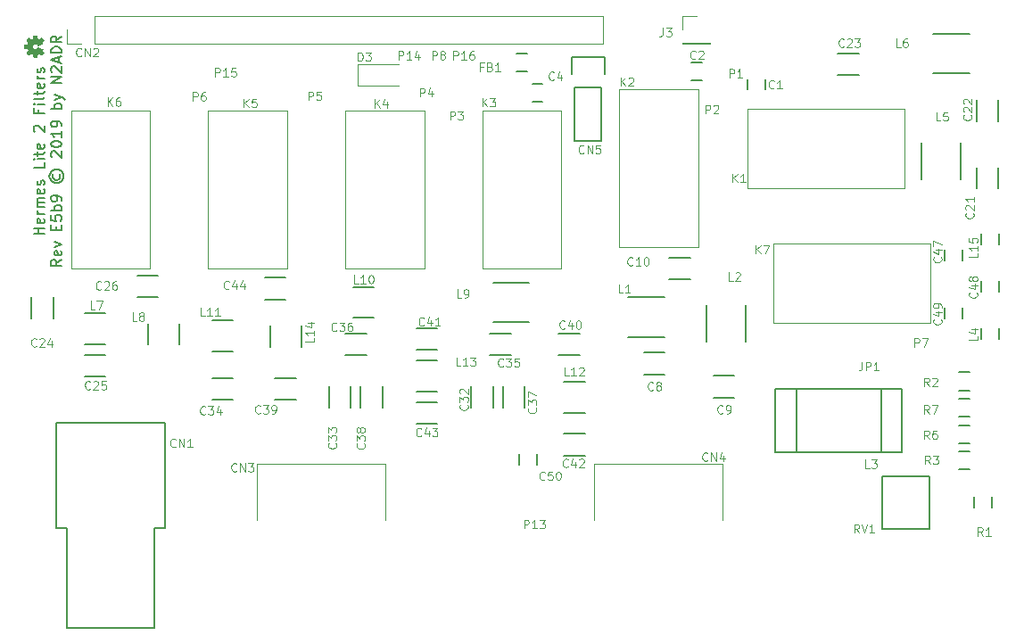
<source format=gto>
G04 #@! TF.GenerationSoftware,KiCad,Pcbnew,5.0.2-bee76a0~70~ubuntu16.04.1*
G04 #@! TF.CreationDate,2019-08-17T11:50:25-07:00*
G04 #@! TF.ProjectId,n2adr,6e326164-722e-46b6-9963-61645f706362,E5b9*
G04 #@! TF.SameCoordinates,PX3dfd240PY3473bc0*
G04 #@! TF.FileFunction,Legend,Top*
G04 #@! TF.FilePolarity,Positive*
%FSLAX46Y46*%
G04 Gerber Fmt 4.6, Leading zero omitted, Abs format (unit mm)*
G04 Created by KiCad (PCBNEW 5.0.2-bee76a0~70~ubuntu16.04.1) date Sat 17 Aug 2019 11:50:25 AM PDT*
%MOMM*%
%LPD*%
G01*
G04 APERTURE LIST*
%ADD10C,0.150000*%
%ADD11C,0.100000*%
%ADD12C,0.120000*%
%ADD13C,0.002540*%
G04 APERTURE END LIST*
D10*
X5677380Y-20507142D02*
X4677380Y-20507142D01*
X5153571Y-20507142D02*
X5153571Y-19935714D01*
X5677380Y-19935714D02*
X4677380Y-19935714D01*
X5629761Y-19078571D02*
X5677380Y-19173809D01*
X5677380Y-19364285D01*
X5629761Y-19459523D01*
X5534523Y-19507142D01*
X5153571Y-19507142D01*
X5058333Y-19459523D01*
X5010714Y-19364285D01*
X5010714Y-19173809D01*
X5058333Y-19078571D01*
X5153571Y-19030952D01*
X5248809Y-19030952D01*
X5344047Y-19507142D01*
X5677380Y-18602380D02*
X5010714Y-18602380D01*
X5201190Y-18602380D02*
X5105952Y-18554761D01*
X5058333Y-18507142D01*
X5010714Y-18411904D01*
X5010714Y-18316666D01*
X5677380Y-17983333D02*
X5010714Y-17983333D01*
X5105952Y-17983333D02*
X5058333Y-17935714D01*
X5010714Y-17840476D01*
X5010714Y-17697619D01*
X5058333Y-17602380D01*
X5153571Y-17554761D01*
X5677380Y-17554761D01*
X5153571Y-17554761D02*
X5058333Y-17507142D01*
X5010714Y-17411904D01*
X5010714Y-17269047D01*
X5058333Y-17173809D01*
X5153571Y-17126190D01*
X5677380Y-17126190D01*
X5629761Y-16269047D02*
X5677380Y-16364285D01*
X5677380Y-16554761D01*
X5629761Y-16650000D01*
X5534523Y-16697619D01*
X5153571Y-16697619D01*
X5058333Y-16650000D01*
X5010714Y-16554761D01*
X5010714Y-16364285D01*
X5058333Y-16269047D01*
X5153571Y-16221428D01*
X5248809Y-16221428D01*
X5344047Y-16697619D01*
X5629761Y-15840476D02*
X5677380Y-15745238D01*
X5677380Y-15554761D01*
X5629761Y-15459523D01*
X5534523Y-15411904D01*
X5486904Y-15411904D01*
X5391666Y-15459523D01*
X5344047Y-15554761D01*
X5344047Y-15697619D01*
X5296428Y-15792857D01*
X5201190Y-15840476D01*
X5153571Y-15840476D01*
X5058333Y-15792857D01*
X5010714Y-15697619D01*
X5010714Y-15554761D01*
X5058333Y-15459523D01*
X5677380Y-13745238D02*
X5677380Y-14221428D01*
X4677380Y-14221428D01*
X5677380Y-13411904D02*
X5010714Y-13411904D01*
X4677380Y-13411904D02*
X4725000Y-13459523D01*
X4772619Y-13411904D01*
X4725000Y-13364285D01*
X4677380Y-13411904D01*
X4772619Y-13411904D01*
X5010714Y-13078571D02*
X5010714Y-12697619D01*
X4677380Y-12935714D02*
X5534523Y-12935714D01*
X5629761Y-12888095D01*
X5677380Y-12792857D01*
X5677380Y-12697619D01*
X5629761Y-11983333D02*
X5677380Y-12078571D01*
X5677380Y-12269047D01*
X5629761Y-12364285D01*
X5534523Y-12411904D01*
X5153571Y-12411904D01*
X5058333Y-12364285D01*
X5010714Y-12269047D01*
X5010714Y-12078571D01*
X5058333Y-11983333D01*
X5153571Y-11935714D01*
X5248809Y-11935714D01*
X5344047Y-12411904D01*
X4772619Y-10792857D02*
X4725000Y-10745238D01*
X4677380Y-10650000D01*
X4677380Y-10411904D01*
X4725000Y-10316666D01*
X4772619Y-10269047D01*
X4867857Y-10221428D01*
X4963095Y-10221428D01*
X5105952Y-10269047D01*
X5677380Y-10840476D01*
X5677380Y-10221428D01*
X5153571Y-8697619D02*
X5153571Y-9030952D01*
X5677380Y-9030952D02*
X4677380Y-9030952D01*
X4677380Y-8554761D01*
X5677380Y-8173809D02*
X5010714Y-8173809D01*
X4677380Y-8173809D02*
X4725000Y-8221428D01*
X4772619Y-8173809D01*
X4725000Y-8126190D01*
X4677380Y-8173809D01*
X4772619Y-8173809D01*
X5677380Y-7554761D02*
X5629761Y-7650000D01*
X5534523Y-7697619D01*
X4677380Y-7697619D01*
X5010714Y-7316666D02*
X5010714Y-6935714D01*
X4677380Y-7173809D02*
X5534523Y-7173809D01*
X5629761Y-7126190D01*
X5677380Y-7030952D01*
X5677380Y-6935714D01*
X5629761Y-6221428D02*
X5677380Y-6316666D01*
X5677380Y-6507142D01*
X5629761Y-6602380D01*
X5534523Y-6650000D01*
X5153571Y-6650000D01*
X5058333Y-6602380D01*
X5010714Y-6507142D01*
X5010714Y-6316666D01*
X5058333Y-6221428D01*
X5153571Y-6173809D01*
X5248809Y-6173809D01*
X5344047Y-6650000D01*
X5677380Y-5745238D02*
X5010714Y-5745238D01*
X5201190Y-5745238D02*
X5105952Y-5697619D01*
X5058333Y-5650000D01*
X5010714Y-5554761D01*
X5010714Y-5459523D01*
X5629761Y-5173809D02*
X5677380Y-5078571D01*
X5677380Y-4888095D01*
X5629761Y-4792857D01*
X5534523Y-4745238D01*
X5486904Y-4745238D01*
X5391666Y-4792857D01*
X5344047Y-4888095D01*
X5344047Y-5030952D01*
X5296428Y-5126190D01*
X5201190Y-5173809D01*
X5153571Y-5173809D01*
X5058333Y-5126190D01*
X5010714Y-5030952D01*
X5010714Y-4888095D01*
X5058333Y-4792857D01*
X7327380Y-22935714D02*
X6851190Y-23269047D01*
X7327380Y-23507142D02*
X6327380Y-23507142D01*
X6327380Y-23126190D01*
X6375000Y-23030952D01*
X6422619Y-22983333D01*
X6517857Y-22935714D01*
X6660714Y-22935714D01*
X6755952Y-22983333D01*
X6803571Y-23030952D01*
X6851190Y-23126190D01*
X6851190Y-23507142D01*
X7279761Y-22126190D02*
X7327380Y-22221428D01*
X7327380Y-22411904D01*
X7279761Y-22507142D01*
X7184523Y-22554761D01*
X6803571Y-22554761D01*
X6708333Y-22507142D01*
X6660714Y-22411904D01*
X6660714Y-22221428D01*
X6708333Y-22126190D01*
X6803571Y-22078571D01*
X6898809Y-22078571D01*
X6994047Y-22554761D01*
X6660714Y-21745238D02*
X7327380Y-21507142D01*
X6660714Y-21269047D01*
X6803571Y-20126190D02*
X6803571Y-19792857D01*
X7327380Y-19650000D02*
X7327380Y-20126190D01*
X6327380Y-20126190D01*
X6327380Y-19650000D01*
X6327380Y-18745238D02*
X6327380Y-19221428D01*
X6803571Y-19269047D01*
X6755952Y-19221428D01*
X6708333Y-19126190D01*
X6708333Y-18888095D01*
X6755952Y-18792857D01*
X6803571Y-18745238D01*
X6898809Y-18697619D01*
X7136904Y-18697619D01*
X7232142Y-18745238D01*
X7279761Y-18792857D01*
X7327380Y-18888095D01*
X7327380Y-19126190D01*
X7279761Y-19221428D01*
X7232142Y-19269047D01*
X7327380Y-18269047D02*
X6327380Y-18269047D01*
X6708333Y-18269047D02*
X6660714Y-18173809D01*
X6660714Y-17983333D01*
X6708333Y-17888095D01*
X6755952Y-17840476D01*
X6851190Y-17792857D01*
X7136904Y-17792857D01*
X7232142Y-17840476D01*
X7279761Y-17888095D01*
X7327380Y-17983333D01*
X7327380Y-18173809D01*
X7279761Y-18269047D01*
X7327380Y-17316666D02*
X7327380Y-17126190D01*
X7279761Y-17030952D01*
X7232142Y-16983333D01*
X7089285Y-16888095D01*
X6898809Y-16840476D01*
X6517857Y-16840476D01*
X6422619Y-16888095D01*
X6375000Y-16935714D01*
X6327380Y-17030952D01*
X6327380Y-17221428D01*
X6375000Y-17316666D01*
X6422619Y-17364285D01*
X6517857Y-17411904D01*
X6755952Y-17411904D01*
X6851190Y-17364285D01*
X6898809Y-17316666D01*
X6946428Y-17221428D01*
X6946428Y-17030952D01*
X6898809Y-16935714D01*
X6851190Y-16888095D01*
X6755952Y-16840476D01*
X6565476Y-14840476D02*
X6517857Y-14935714D01*
X6517857Y-15126190D01*
X6565476Y-15221428D01*
X6660714Y-15316666D01*
X6755952Y-15364285D01*
X6946428Y-15364285D01*
X7041666Y-15316666D01*
X7136904Y-15221428D01*
X7184523Y-15126190D01*
X7184523Y-14935714D01*
X7136904Y-14840476D01*
X6184523Y-15030952D02*
X6232142Y-15269047D01*
X6375000Y-15507142D01*
X6613095Y-15650000D01*
X6851190Y-15697619D01*
X7089285Y-15650000D01*
X7327380Y-15507142D01*
X7470238Y-15269047D01*
X7517857Y-15030952D01*
X7470238Y-14792857D01*
X7327380Y-14554761D01*
X7089285Y-14411904D01*
X6851190Y-14364285D01*
X6613095Y-14411904D01*
X6375000Y-14554761D01*
X6232142Y-14792857D01*
X6184523Y-15030952D01*
X6422619Y-13221428D02*
X6375000Y-13173809D01*
X6327380Y-13078571D01*
X6327380Y-12840476D01*
X6375000Y-12745238D01*
X6422619Y-12697619D01*
X6517857Y-12650000D01*
X6613095Y-12650000D01*
X6755952Y-12697619D01*
X7327380Y-13269047D01*
X7327380Y-12650000D01*
X6327380Y-12030952D02*
X6327380Y-11935714D01*
X6375000Y-11840476D01*
X6422619Y-11792857D01*
X6517857Y-11745238D01*
X6708333Y-11697619D01*
X6946428Y-11697619D01*
X7136904Y-11745238D01*
X7232142Y-11792857D01*
X7279761Y-11840476D01*
X7327380Y-11935714D01*
X7327380Y-12030952D01*
X7279761Y-12126190D01*
X7232142Y-12173809D01*
X7136904Y-12221428D01*
X6946428Y-12269047D01*
X6708333Y-12269047D01*
X6517857Y-12221428D01*
X6422619Y-12173809D01*
X6375000Y-12126190D01*
X6327380Y-12030952D01*
X7327380Y-10745238D02*
X7327380Y-11316666D01*
X7327380Y-11030952D02*
X6327380Y-11030952D01*
X6470238Y-11126190D01*
X6565476Y-11221428D01*
X6613095Y-11316666D01*
X7327380Y-10269047D02*
X7327380Y-10078571D01*
X7279761Y-9983333D01*
X7232142Y-9935714D01*
X7089285Y-9840476D01*
X6898809Y-9792857D01*
X6517857Y-9792857D01*
X6422619Y-9840476D01*
X6375000Y-9888095D01*
X6327380Y-9983333D01*
X6327380Y-10173809D01*
X6375000Y-10269047D01*
X6422619Y-10316666D01*
X6517857Y-10364285D01*
X6755952Y-10364285D01*
X6851190Y-10316666D01*
X6898809Y-10269047D01*
X6946428Y-10173809D01*
X6946428Y-9983333D01*
X6898809Y-9888095D01*
X6851190Y-9840476D01*
X6755952Y-9792857D01*
X7327380Y-8602380D02*
X6327380Y-8602380D01*
X6708333Y-8602380D02*
X6660714Y-8507142D01*
X6660714Y-8316666D01*
X6708333Y-8221428D01*
X6755952Y-8173809D01*
X6851190Y-8126190D01*
X7136904Y-8126190D01*
X7232142Y-8173809D01*
X7279761Y-8221428D01*
X7327380Y-8316666D01*
X7327380Y-8507142D01*
X7279761Y-8602380D01*
X6660714Y-7792857D02*
X7327380Y-7554761D01*
X6660714Y-7316666D02*
X7327380Y-7554761D01*
X7565476Y-7650000D01*
X7613095Y-7697619D01*
X7660714Y-7792857D01*
X7327380Y-6173809D02*
X6327380Y-6173809D01*
X7327380Y-5602380D01*
X6327380Y-5602380D01*
X6422619Y-5173809D02*
X6375000Y-5126190D01*
X6327380Y-5030952D01*
X6327380Y-4792857D01*
X6375000Y-4697619D01*
X6422619Y-4650000D01*
X6517857Y-4602380D01*
X6613095Y-4602380D01*
X6755952Y-4650000D01*
X7327380Y-5221428D01*
X7327380Y-4602380D01*
X7041666Y-4221428D02*
X7041666Y-3745238D01*
X7327380Y-4316666D02*
X6327380Y-3983333D01*
X7327380Y-3650000D01*
X7327380Y-3316666D02*
X6327380Y-3316666D01*
X6327380Y-3078571D01*
X6375000Y-2935714D01*
X6470238Y-2840476D01*
X6565476Y-2792857D01*
X6755952Y-2745238D01*
X6898809Y-2745238D01*
X7089285Y-2792857D01*
X7184523Y-2840476D01*
X7279761Y-2935714D01*
X7327380Y-3078571D01*
X7327380Y-3316666D01*
X7327380Y-1745238D02*
X6851190Y-2078571D01*
X7327380Y-2316666D02*
X6327380Y-2316666D01*
X6327380Y-1935714D01*
X6375000Y-1840476D01*
X6422619Y-1792857D01*
X6517857Y-1745238D01*
X6660714Y-1745238D01*
X6755952Y-1792857D01*
X6803571Y-1840476D01*
X6851190Y-1935714D01*
X6851190Y-2316666D01*
D11*
G04 #@! TO.C,K3*
X47250000Y-8800000D02*
X54750000Y-8800000D01*
X54750000Y-8800000D02*
X54750000Y-21200000D01*
X54750000Y-21200000D02*
X54750000Y-23750000D01*
X54750000Y-23750000D02*
X47250000Y-23750000D01*
X47250000Y-23750000D02*
X47250000Y-8800000D01*
G04 #@! TO.C,K4*
X34250000Y-8800000D02*
X41750000Y-8800000D01*
X41750000Y-8800000D02*
X41750000Y-21200000D01*
X41750000Y-21200000D02*
X41750000Y-23750000D01*
X41750000Y-23750000D02*
X34250000Y-23750000D01*
X34250000Y-23750000D02*
X34250000Y-8800000D01*
D10*
G04 #@! TO.C,L2*
X72279600Y-30727200D02*
X72279600Y-27272800D01*
X68520400Y-30727200D02*
X68520400Y-27272800D01*
G04 #@! TO.C,C1*
X74150000Y-6800000D02*
X74150000Y-5800000D01*
X72450000Y-5800000D02*
X72450000Y-6800000D01*
G04 #@! TO.C,C2*
X67100000Y-5950000D02*
X68100000Y-5950000D01*
X68100000Y-4250000D02*
X67100000Y-4250000D01*
G04 #@! TO.C,C4*
X52000000Y-7950000D02*
X53000000Y-7950000D01*
X53000000Y-6250000D02*
X52000000Y-6250000D01*
G04 #@! TO.C,C8*
X62600000Y-33825000D02*
X64600000Y-33825000D01*
X64600000Y-31775000D02*
X62600000Y-31775000D01*
G04 #@! TO.C,C9*
X71200000Y-33975000D02*
X69200000Y-33975000D01*
X69200000Y-36025000D02*
X71200000Y-36025000D01*
G04 #@! TO.C,C10*
X67000000Y-22775000D02*
X65000000Y-22775000D01*
X65000000Y-24825000D02*
X67000000Y-24825000D01*
G04 #@! TO.C,L3*
X85100000Y-41200000D02*
X85100000Y-35200000D01*
X77100000Y-41200000D02*
X77100000Y-35200000D01*
X87100000Y-41200000D02*
X75100000Y-41200000D01*
X75100000Y-41200000D02*
X75100000Y-35200000D01*
X75100000Y-35200000D02*
X87100000Y-35200000D01*
X87100000Y-35200000D02*
X87100000Y-41200000D01*
G04 #@! TO.C,R2*
X92500000Y-35350000D02*
X93500000Y-35350000D01*
X93500000Y-33650000D02*
X92500000Y-33650000D01*
G04 #@! TO.C,R3*
X93500000Y-41150000D02*
X92500000Y-41150000D01*
X92500000Y-42850000D02*
X93500000Y-42850000D01*
G04 #@! TO.C,R6*
X92500000Y-40350000D02*
X93500000Y-40350000D01*
X93500000Y-38650000D02*
X92500000Y-38650000D01*
G04 #@! TO.C,R7*
X93500000Y-36150000D02*
X92500000Y-36150000D01*
X92500000Y-37850000D02*
X93500000Y-37850000D01*
G04 #@! TO.C,C21*
X94175000Y-14200000D02*
X94175000Y-16200000D01*
X96225000Y-16200000D02*
X96225000Y-14200000D01*
G04 #@! TO.C,C22*
X96225000Y-9800000D02*
X96225000Y-7800000D01*
X94175000Y-7800000D02*
X94175000Y-9800000D01*
G04 #@! TO.C,C23*
X81000000Y-5425000D02*
X83000000Y-5425000D01*
X83000000Y-3375000D02*
X81000000Y-3375000D01*
G04 #@! TO.C,C24*
X6525000Y-28500000D02*
X6525000Y-26500000D01*
X4475000Y-26500000D02*
X4475000Y-28500000D01*
G04 #@! TO.C,C25*
X11500000Y-31975000D02*
X9500000Y-31975000D01*
X9500000Y-34025000D02*
X11500000Y-34025000D01*
G04 #@! TO.C,C26*
X16500000Y-24475000D02*
X14500000Y-24475000D01*
X14500000Y-26525000D02*
X16500000Y-26525000D01*
G04 #@! TO.C,L7*
X11500000Y-28025000D02*
X9500000Y-28025000D01*
X9500000Y-30975000D02*
X11500000Y-30975000D01*
G04 #@! TO.C,L8*
X15525000Y-29000000D02*
X15525000Y-31000000D01*
X18475000Y-31000000D02*
X18475000Y-29000000D01*
G04 #@! TO.C,C32*
X46225000Y-35000000D02*
X46225000Y-37000000D01*
X48275000Y-37000000D02*
X48275000Y-35000000D01*
G04 #@! TO.C,C33*
X32725000Y-35000000D02*
X32725000Y-37000000D01*
X34775000Y-37000000D02*
X34775000Y-35000000D01*
G04 #@! TO.C,C34*
X21600000Y-36225000D02*
X23600000Y-36225000D01*
X23600000Y-34175000D02*
X21600000Y-34175000D01*
G04 #@! TO.C,C35*
X48000000Y-32025000D02*
X50000000Y-32025000D01*
X50000000Y-29975000D02*
X48000000Y-29975000D01*
G04 #@! TO.C,C36*
X34250000Y-32025000D02*
X36250000Y-32025000D01*
X36250000Y-29975000D02*
X34250000Y-29975000D01*
G04 #@! TO.C,C37*
X49225000Y-35000000D02*
X49225000Y-37000000D01*
X51275000Y-37000000D02*
X51275000Y-35000000D01*
G04 #@! TO.C,C38*
X35725000Y-35000000D02*
X35725000Y-37000000D01*
X37775000Y-37000000D02*
X37775000Y-35000000D01*
G04 #@! TO.C,C39*
X29600000Y-34175000D02*
X27600000Y-34175000D01*
X27600000Y-36225000D02*
X29600000Y-36225000D01*
G04 #@! TO.C,C40*
X54500000Y-32025000D02*
X56500000Y-32025000D01*
X56500000Y-29975000D02*
X54500000Y-29975000D01*
G04 #@! TO.C,C41*
X41000000Y-31525000D02*
X43000000Y-31525000D01*
X43000000Y-29475000D02*
X41000000Y-29475000D01*
G04 #@! TO.C,C42*
X57000000Y-39475000D02*
X55000000Y-39475000D01*
X55000000Y-41525000D02*
X57000000Y-41525000D01*
G04 #@! TO.C,C43*
X43000000Y-36475000D02*
X41000000Y-36475000D01*
X41000000Y-38525000D02*
X43000000Y-38525000D01*
G04 #@! TO.C,C44*
X28600000Y-24675000D02*
X26600000Y-24675000D01*
X26600000Y-26725000D02*
X28600000Y-26725000D01*
G04 #@! TO.C,L10*
X37000000Y-25525000D02*
X35000000Y-25525000D01*
X35000000Y-28475000D02*
X37000000Y-28475000D01*
G04 #@! TO.C,L11*
X23600000Y-28725000D02*
X21600000Y-28725000D01*
X21600000Y-31675000D02*
X23600000Y-31675000D01*
G04 #@! TO.C,L13*
X43000000Y-32525000D02*
X41000000Y-32525000D01*
X41000000Y-35475000D02*
X43000000Y-35475000D01*
G04 #@! TO.C,L14*
X27125000Y-29200000D02*
X27125000Y-31200000D01*
X30075000Y-31200000D02*
X30075000Y-29200000D01*
G04 #@! TO.C,L1*
X61072800Y-30279600D02*
X64527200Y-30279600D01*
X61072800Y-26520400D02*
X64527200Y-26520400D01*
G04 #@! TO.C,L5*
X92679600Y-15327200D02*
X92679600Y-11872800D01*
X88920400Y-15327200D02*
X88920400Y-11872800D01*
G04 #@! TO.C,L6*
X93527200Y-1520400D02*
X90072800Y-1520400D01*
X93527200Y-5279600D02*
X90072800Y-5279600D01*
G04 #@! TO.C,L9*
X48272800Y-28879600D02*
X51727200Y-28879600D01*
X48272800Y-25120400D02*
X51727200Y-25120400D01*
G04 #@! TO.C,L12*
X57000000Y-34525000D02*
X55000000Y-34525000D01*
X55000000Y-37475000D02*
X57000000Y-37475000D01*
G04 #@! TO.C,C50*
X52450000Y-42400000D02*
X52450000Y-41400000D01*
X50750000Y-41400000D02*
X50750000Y-42400000D01*
G04 #@! TO.C,C47*
X92850000Y-23000000D02*
X92850000Y-22000000D01*
X91150000Y-22000000D02*
X91150000Y-23000000D01*
G04 #@! TO.C,C48*
X94650000Y-25000000D02*
X94650000Y-26000000D01*
X96350000Y-26000000D02*
X96350000Y-25000000D01*
G04 #@! TO.C,C49*
X92850000Y-28500000D02*
X92850000Y-27500000D01*
X91150000Y-27500000D02*
X91150000Y-28500000D01*
G04 #@! TO.C,L4*
X94650000Y-29500000D02*
X94650000Y-30500000D01*
X96350000Y-30500000D02*
X96350000Y-29500000D01*
G04 #@! TO.C,L15*
X96350000Y-21500000D02*
X96350000Y-20500000D01*
X94650000Y-20500000D02*
X94650000Y-21500000D01*
D11*
G04 #@! TO.C,CN4*
X57900000Y-47700000D02*
X57900000Y-42300000D01*
X57900000Y-42300000D02*
X70100000Y-42300000D01*
X70100000Y-42300000D02*
X70100000Y-47700000D01*
G04 #@! TO.C,CN3*
X25900000Y-47700000D02*
X25900000Y-42300000D01*
X25900000Y-42300000D02*
X38100000Y-42300000D01*
X38100000Y-42300000D02*
X38100000Y-47700000D01*
D10*
G04 #@! TO.C,R1*
X93950000Y-45500000D02*
X93950000Y-46500000D01*
X95650000Y-46500000D02*
X95650000Y-45500000D01*
D11*
G04 #@! TO.C,K1*
X72400000Y-16150000D02*
X72400000Y-8650000D01*
X72400000Y-8650000D02*
X84800000Y-8650000D01*
X84800000Y-8650000D02*
X87350000Y-8650000D01*
X87350000Y-8650000D02*
X87350000Y-16150000D01*
X87350000Y-16150000D02*
X72400000Y-16150000D01*
G04 #@! TO.C,K2*
X60250000Y-6800000D02*
X67750000Y-6800000D01*
X67750000Y-6800000D02*
X67750000Y-19200000D01*
X67750000Y-19200000D02*
X67750000Y-21750000D01*
X67750000Y-21750000D02*
X60250000Y-21750000D01*
X60250000Y-21750000D02*
X60250000Y-6800000D01*
G04 #@! TO.C,K5*
X21250000Y-8800000D02*
X28750000Y-8800000D01*
X28750000Y-8800000D02*
X28750000Y-21200000D01*
X28750000Y-21200000D02*
X28750000Y-23750000D01*
X28750000Y-23750000D02*
X21250000Y-23750000D01*
X21250000Y-23750000D02*
X21250000Y-8800000D01*
G04 #@! TO.C,K6*
X8250000Y-8800000D02*
X15750000Y-8800000D01*
X15750000Y-8800000D02*
X15750000Y-21200000D01*
X15750000Y-21200000D02*
X15750000Y-23750000D01*
X15750000Y-23750000D02*
X8250000Y-23750000D01*
X8250000Y-23750000D02*
X8250000Y-8800000D01*
G04 #@! TO.C,K7*
X89800000Y-21450000D02*
X89800000Y-28950000D01*
X89800000Y-28950000D02*
X77400000Y-28950000D01*
X77400000Y-28950000D02*
X74850000Y-28950000D01*
X74850000Y-28950000D02*
X74850000Y-21450000D01*
X74850000Y-21450000D02*
X89800000Y-21450000D01*
D10*
G04 #@! TO.C,CN5*
X56030000Y-6570000D02*
X56030000Y-11650000D01*
X56030000Y-11650000D02*
X58570000Y-11650000D01*
X58570000Y-11650000D02*
X58570000Y-6570000D01*
X58850000Y-3750000D02*
X58850000Y-5300000D01*
X58570000Y-6570000D02*
X56030000Y-6570000D01*
X55750000Y-5300000D02*
X55750000Y-3750000D01*
X55750000Y-3750000D02*
X58850000Y-3750000D01*
D12*
G04 #@! TO.C,J3*
X66258000Y-2464000D02*
X68918000Y-2464000D01*
X66258000Y-2404000D02*
X66258000Y-2464000D01*
X68918000Y-2404000D02*
X68918000Y-2464000D01*
X66258000Y-2404000D02*
X68918000Y-2404000D01*
X66258000Y-1134000D02*
X66258000Y196000D01*
X66258000Y196000D02*
X67588000Y196000D01*
G04 #@! TO.C,CN2*
X58758000Y-2464000D02*
X58758000Y196000D01*
X10438000Y-2464000D02*
X58758000Y-2464000D01*
X10438000Y196000D02*
X58758000Y196000D01*
X10438000Y-2464000D02*
X10438000Y196000D01*
X9168000Y-2464000D02*
X7838000Y-2464000D01*
X7838000Y-2464000D02*
X7838000Y-1134000D01*
D10*
G04 #@! TO.C,CN1*
X17150000Y-48400000D02*
X16150000Y-48400000D01*
X7850000Y-48400000D02*
X6850000Y-48400000D01*
X16150000Y-57900000D02*
X7850000Y-57900000D01*
X7850000Y-48400000D02*
X7850000Y-57900000D01*
X16150000Y-48400000D02*
X16150000Y-57900000D01*
X17150000Y-38400000D02*
X6850000Y-38400000D01*
X6850000Y-48400000D02*
X6850000Y-38400000D01*
X17150000Y-48400000D02*
X17150000Y-38400000D01*
G04 #@! TO.C,RV1*
X85250000Y-48500000D02*
X85250000Y-43500000D01*
X85250000Y-43500000D02*
X89750000Y-43500000D01*
X89750000Y-43500000D02*
X89750000Y-48500000D01*
X89750000Y-48500000D02*
X85250000Y-48500000D01*
D12*
G04 #@! TO.C,D3*
X35450000Y-4400000D02*
X35450000Y-6400000D01*
X35450000Y-6400000D02*
X39350000Y-6400000D01*
X35450000Y-4400000D02*
X39350000Y-4400000D01*
D10*
G04 #@! TO.C,FB1*
X51500000Y-3350000D02*
X50500000Y-3350000D01*
X50500000Y-5050000D02*
X51500000Y-5050000D01*
D13*
G04 #@! TO.C,G\002A\002A\002A*
G36*
X5596620Y-3304520D02*
X5591540Y-3294360D01*
X5576300Y-3271500D01*
X5555980Y-3238480D01*
X5528040Y-3197840D01*
X5502640Y-3159740D01*
X5479780Y-3126720D01*
X5464540Y-3103860D01*
X5459460Y-3093700D01*
X5462000Y-3088620D01*
X5472160Y-3070840D01*
X5484860Y-3042900D01*
X5492480Y-3027660D01*
X5505180Y-3002260D01*
X5507720Y-2989560D01*
X5502640Y-2987020D01*
X5484860Y-2976860D01*
X5451840Y-2964160D01*
X5408660Y-2943840D01*
X5357860Y-2923520D01*
X5301980Y-2900660D01*
X5246100Y-2877800D01*
X5192760Y-2854940D01*
X5144500Y-2834620D01*
X5106400Y-2819380D01*
X5078460Y-2809220D01*
X5068300Y-2804140D01*
X5065760Y-2806680D01*
X5053060Y-2819380D01*
X5037820Y-2839700D01*
X4997180Y-2887960D01*
X4938760Y-2933680D01*
X4872720Y-2964160D01*
X4799060Y-2971780D01*
X4733020Y-2964160D01*
X4669520Y-2938760D01*
X4608560Y-2893040D01*
X4565380Y-2837160D01*
X4537440Y-2771120D01*
X4529820Y-2700000D01*
X4537440Y-2631420D01*
X4562840Y-2565380D01*
X4608560Y-2504420D01*
X4636500Y-2481560D01*
X4697460Y-2446000D01*
X4758420Y-2425680D01*
X4773660Y-2425680D01*
X4844780Y-2428220D01*
X4913360Y-2448540D01*
X4971780Y-2484100D01*
X5022580Y-2537440D01*
X5027660Y-2542520D01*
X5045440Y-2567920D01*
X5055600Y-2583160D01*
X5065760Y-2595860D01*
X5281660Y-2506960D01*
X5317220Y-2491720D01*
X5375640Y-2466320D01*
X5426440Y-2446000D01*
X5467080Y-2428220D01*
X5492480Y-2415520D01*
X5505180Y-2410440D01*
X5505180Y-2402820D01*
X5500100Y-2387580D01*
X5484860Y-2357100D01*
X5474700Y-2336780D01*
X5464540Y-2313920D01*
X5459460Y-2303760D01*
X5464540Y-2293600D01*
X5479780Y-2273280D01*
X5500100Y-2240260D01*
X5525500Y-2202160D01*
X5550900Y-2166600D01*
X5573760Y-2131040D01*
X5589000Y-2108180D01*
X5596620Y-2095480D01*
X5596620Y-2092940D01*
X5589000Y-2082780D01*
X5573760Y-2062460D01*
X5545820Y-2034520D01*
X5505180Y-1993880D01*
X5500100Y-1986260D01*
X5464540Y-1953240D01*
X5434060Y-1925300D01*
X5413740Y-1904980D01*
X5406120Y-1899900D01*
X5393420Y-1904980D01*
X5368020Y-1920220D01*
X5335000Y-1943080D01*
X5294360Y-1971020D01*
X5190220Y-2042140D01*
X5093700Y-2001500D01*
X5063220Y-1991340D01*
X5027660Y-1976100D01*
X5002260Y-1963400D01*
X4989560Y-1958320D01*
X4987020Y-1948160D01*
X4979400Y-1920220D01*
X4971780Y-1882120D01*
X4964160Y-1836400D01*
X4954000Y-1790680D01*
X4946380Y-1752580D01*
X4941300Y-1722100D01*
X4938760Y-1709400D01*
X4936220Y-1706860D01*
X4931140Y-1704320D01*
X4918440Y-1701780D01*
X4893040Y-1701780D01*
X4854940Y-1701780D01*
X4799060Y-1701780D01*
X4793980Y-1701780D01*
X4740640Y-1701780D01*
X4700000Y-1701780D01*
X4674600Y-1704320D01*
X4664440Y-1706860D01*
X4659360Y-1719560D01*
X4654280Y-1747500D01*
X4646660Y-1785600D01*
X4636500Y-1833860D01*
X4636500Y-1836400D01*
X4628880Y-1884660D01*
X4618720Y-1922760D01*
X4613640Y-1950700D01*
X4608560Y-1963400D01*
X4606020Y-1965940D01*
X4588240Y-1976100D01*
X4557760Y-1988800D01*
X4522200Y-2004040D01*
X4486640Y-2019280D01*
X4451080Y-2034520D01*
X4428220Y-2042140D01*
X4415520Y-2044680D01*
X4405360Y-2037060D01*
X4379960Y-2021820D01*
X4346940Y-1998960D01*
X4306300Y-1971020D01*
X4301220Y-1968480D01*
X4263120Y-1940540D01*
X4227560Y-1920220D01*
X4204700Y-1904980D01*
X4194540Y-1899900D01*
X4192000Y-1899900D01*
X4181840Y-1907520D01*
X4158980Y-1927840D01*
X4128500Y-1958320D01*
X4092940Y-1993880D01*
X4082780Y-2004040D01*
X4044680Y-2042140D01*
X4019280Y-2070080D01*
X4006580Y-2087860D01*
X4001500Y-2095480D01*
X4004040Y-2095480D01*
X4009120Y-2108180D01*
X4026900Y-2133580D01*
X4049760Y-2166600D01*
X4077700Y-2207240D01*
X4080240Y-2209780D01*
X4105640Y-2250420D01*
X4128500Y-2283440D01*
X4143740Y-2306300D01*
X4151360Y-2316460D01*
X4151360Y-2319000D01*
X4146280Y-2334240D01*
X4136120Y-2364720D01*
X4123420Y-2397740D01*
X4108180Y-2435840D01*
X4092940Y-2468860D01*
X4082780Y-2494260D01*
X4075160Y-2506960D01*
X4059920Y-2512040D01*
X4029440Y-2517120D01*
X3988800Y-2527280D01*
X3940540Y-2534900D01*
X3932920Y-2537440D01*
X3884660Y-2545060D01*
X3846560Y-2552680D01*
X3818620Y-2560300D01*
X3805920Y-2562840D01*
X3805920Y-2567920D01*
X3803380Y-2593320D01*
X3803380Y-2628880D01*
X3803380Y-2672060D01*
X3803380Y-2715240D01*
X3803380Y-2758420D01*
X3805920Y-2796520D01*
X3805920Y-2821920D01*
X3808460Y-2834620D01*
X3811000Y-2834620D01*
X3823700Y-2839700D01*
X3854180Y-2844780D01*
X3894820Y-2854940D01*
X3945620Y-2862560D01*
X3953240Y-2865100D01*
X4001500Y-2872720D01*
X4039600Y-2882880D01*
X4067540Y-2887960D01*
X4077700Y-2890500D01*
X4080240Y-2895580D01*
X4087860Y-2913360D01*
X4100560Y-2946380D01*
X4118340Y-2987020D01*
X4153900Y-3078460D01*
X4077700Y-3190220D01*
X4070080Y-3200380D01*
X4042140Y-3241020D01*
X4021820Y-3274040D01*
X4006580Y-3296900D01*
X4001500Y-3307060D01*
X4011660Y-3317220D01*
X4031980Y-3340080D01*
X4062460Y-3370560D01*
X4095480Y-3406120D01*
X4123420Y-3431520D01*
X4153900Y-3462000D01*
X4174220Y-3482320D01*
X4189460Y-3492480D01*
X4197080Y-3497560D01*
X4202160Y-3495020D01*
X4214860Y-3489940D01*
X4237720Y-3472160D01*
X4273280Y-3449300D01*
X4311380Y-3421360D01*
X4346940Y-3398500D01*
X4382500Y-3375640D01*
X4410440Y-3360400D01*
X4423140Y-3352780D01*
X4428220Y-3355320D01*
X4451080Y-3362940D01*
X4484100Y-3375640D01*
X4524740Y-3393420D01*
X4613640Y-3431520D01*
X4623800Y-3489940D01*
X4631420Y-3525500D01*
X4639040Y-3576300D01*
X4649200Y-3622020D01*
X4664440Y-3695680D01*
X4931140Y-3698220D01*
X4936220Y-3688060D01*
X4941300Y-3675360D01*
X4946380Y-3649960D01*
X4954000Y-3609320D01*
X4961620Y-3563600D01*
X4969240Y-3525500D01*
X4976860Y-3484860D01*
X4981940Y-3456920D01*
X4984480Y-3444220D01*
X4989560Y-3441680D01*
X5009880Y-3431520D01*
X5040360Y-3416280D01*
X5075920Y-3401040D01*
X5114020Y-3385800D01*
X5149580Y-3373100D01*
X5174980Y-3362940D01*
X5190220Y-3357860D01*
X5200380Y-3362940D01*
X5223240Y-3378180D01*
X5256260Y-3401040D01*
X5294360Y-3426440D01*
X5335000Y-3454380D01*
X5368020Y-3477240D01*
X5393420Y-3492480D01*
X5403580Y-3500100D01*
X5411200Y-3495020D01*
X5428980Y-3479780D01*
X5459460Y-3451840D01*
X5505180Y-3406120D01*
X5510260Y-3398500D01*
X5545820Y-3365480D01*
X5571220Y-3335000D01*
X5591540Y-3314680D01*
X5596620Y-3304520D01*
X5596620Y-3304520D01*
G37*
X5596620Y-3304520D02*
X5591540Y-3294360D01*
X5576300Y-3271500D01*
X5555980Y-3238480D01*
X5528040Y-3197840D01*
X5502640Y-3159740D01*
X5479780Y-3126720D01*
X5464540Y-3103860D01*
X5459460Y-3093700D01*
X5462000Y-3088620D01*
X5472160Y-3070840D01*
X5484860Y-3042900D01*
X5492480Y-3027660D01*
X5505180Y-3002260D01*
X5507720Y-2989560D01*
X5502640Y-2987020D01*
X5484860Y-2976860D01*
X5451840Y-2964160D01*
X5408660Y-2943840D01*
X5357860Y-2923520D01*
X5301980Y-2900660D01*
X5246100Y-2877800D01*
X5192760Y-2854940D01*
X5144500Y-2834620D01*
X5106400Y-2819380D01*
X5078460Y-2809220D01*
X5068300Y-2804140D01*
X5065760Y-2806680D01*
X5053060Y-2819380D01*
X5037820Y-2839700D01*
X4997180Y-2887960D01*
X4938760Y-2933680D01*
X4872720Y-2964160D01*
X4799060Y-2971780D01*
X4733020Y-2964160D01*
X4669520Y-2938760D01*
X4608560Y-2893040D01*
X4565380Y-2837160D01*
X4537440Y-2771120D01*
X4529820Y-2700000D01*
X4537440Y-2631420D01*
X4562840Y-2565380D01*
X4608560Y-2504420D01*
X4636500Y-2481560D01*
X4697460Y-2446000D01*
X4758420Y-2425680D01*
X4773660Y-2425680D01*
X4844780Y-2428220D01*
X4913360Y-2448540D01*
X4971780Y-2484100D01*
X5022580Y-2537440D01*
X5027660Y-2542520D01*
X5045440Y-2567920D01*
X5055600Y-2583160D01*
X5065760Y-2595860D01*
X5281660Y-2506960D01*
X5317220Y-2491720D01*
X5375640Y-2466320D01*
X5426440Y-2446000D01*
X5467080Y-2428220D01*
X5492480Y-2415520D01*
X5505180Y-2410440D01*
X5505180Y-2402820D01*
X5500100Y-2387580D01*
X5484860Y-2357100D01*
X5474700Y-2336780D01*
X5464540Y-2313920D01*
X5459460Y-2303760D01*
X5464540Y-2293600D01*
X5479780Y-2273280D01*
X5500100Y-2240260D01*
X5525500Y-2202160D01*
X5550900Y-2166600D01*
X5573760Y-2131040D01*
X5589000Y-2108180D01*
X5596620Y-2095480D01*
X5596620Y-2092940D01*
X5589000Y-2082780D01*
X5573760Y-2062460D01*
X5545820Y-2034520D01*
X5505180Y-1993880D01*
X5500100Y-1986260D01*
X5464540Y-1953240D01*
X5434060Y-1925300D01*
X5413740Y-1904980D01*
X5406120Y-1899900D01*
X5393420Y-1904980D01*
X5368020Y-1920220D01*
X5335000Y-1943080D01*
X5294360Y-1971020D01*
X5190220Y-2042140D01*
X5093700Y-2001500D01*
X5063220Y-1991340D01*
X5027660Y-1976100D01*
X5002260Y-1963400D01*
X4989560Y-1958320D01*
X4987020Y-1948160D01*
X4979400Y-1920220D01*
X4971780Y-1882120D01*
X4964160Y-1836400D01*
X4954000Y-1790680D01*
X4946380Y-1752580D01*
X4941300Y-1722100D01*
X4938760Y-1709400D01*
X4936220Y-1706860D01*
X4931140Y-1704320D01*
X4918440Y-1701780D01*
X4893040Y-1701780D01*
X4854940Y-1701780D01*
X4799060Y-1701780D01*
X4793980Y-1701780D01*
X4740640Y-1701780D01*
X4700000Y-1701780D01*
X4674600Y-1704320D01*
X4664440Y-1706860D01*
X4659360Y-1719560D01*
X4654280Y-1747500D01*
X4646660Y-1785600D01*
X4636500Y-1833860D01*
X4636500Y-1836400D01*
X4628880Y-1884660D01*
X4618720Y-1922760D01*
X4613640Y-1950700D01*
X4608560Y-1963400D01*
X4606020Y-1965940D01*
X4588240Y-1976100D01*
X4557760Y-1988800D01*
X4522200Y-2004040D01*
X4486640Y-2019280D01*
X4451080Y-2034520D01*
X4428220Y-2042140D01*
X4415520Y-2044680D01*
X4405360Y-2037060D01*
X4379960Y-2021820D01*
X4346940Y-1998960D01*
X4306300Y-1971020D01*
X4301220Y-1968480D01*
X4263120Y-1940540D01*
X4227560Y-1920220D01*
X4204700Y-1904980D01*
X4194540Y-1899900D01*
X4192000Y-1899900D01*
X4181840Y-1907520D01*
X4158980Y-1927840D01*
X4128500Y-1958320D01*
X4092940Y-1993880D01*
X4082780Y-2004040D01*
X4044680Y-2042140D01*
X4019280Y-2070080D01*
X4006580Y-2087860D01*
X4001500Y-2095480D01*
X4004040Y-2095480D01*
X4009120Y-2108180D01*
X4026900Y-2133580D01*
X4049760Y-2166600D01*
X4077700Y-2207240D01*
X4080240Y-2209780D01*
X4105640Y-2250420D01*
X4128500Y-2283440D01*
X4143740Y-2306300D01*
X4151360Y-2316460D01*
X4151360Y-2319000D01*
X4146280Y-2334240D01*
X4136120Y-2364720D01*
X4123420Y-2397740D01*
X4108180Y-2435840D01*
X4092940Y-2468860D01*
X4082780Y-2494260D01*
X4075160Y-2506960D01*
X4059920Y-2512040D01*
X4029440Y-2517120D01*
X3988800Y-2527280D01*
X3940540Y-2534900D01*
X3932920Y-2537440D01*
X3884660Y-2545060D01*
X3846560Y-2552680D01*
X3818620Y-2560300D01*
X3805920Y-2562840D01*
X3805920Y-2567920D01*
X3803380Y-2593320D01*
X3803380Y-2628880D01*
X3803380Y-2672060D01*
X3803380Y-2715240D01*
X3803380Y-2758420D01*
X3805920Y-2796520D01*
X3805920Y-2821920D01*
X3808460Y-2834620D01*
X3811000Y-2834620D01*
X3823700Y-2839700D01*
X3854180Y-2844780D01*
X3894820Y-2854940D01*
X3945620Y-2862560D01*
X3953240Y-2865100D01*
X4001500Y-2872720D01*
X4039600Y-2882880D01*
X4067540Y-2887960D01*
X4077700Y-2890500D01*
X4080240Y-2895580D01*
X4087860Y-2913360D01*
X4100560Y-2946380D01*
X4118340Y-2987020D01*
X4153900Y-3078460D01*
X4077700Y-3190220D01*
X4070080Y-3200380D01*
X4042140Y-3241020D01*
X4021820Y-3274040D01*
X4006580Y-3296900D01*
X4001500Y-3307060D01*
X4011660Y-3317220D01*
X4031980Y-3340080D01*
X4062460Y-3370560D01*
X4095480Y-3406120D01*
X4123420Y-3431520D01*
X4153900Y-3462000D01*
X4174220Y-3482320D01*
X4189460Y-3492480D01*
X4197080Y-3497560D01*
X4202160Y-3495020D01*
X4214860Y-3489940D01*
X4237720Y-3472160D01*
X4273280Y-3449300D01*
X4311380Y-3421360D01*
X4346940Y-3398500D01*
X4382500Y-3375640D01*
X4410440Y-3360400D01*
X4423140Y-3352780D01*
X4428220Y-3355320D01*
X4451080Y-3362940D01*
X4484100Y-3375640D01*
X4524740Y-3393420D01*
X4613640Y-3431520D01*
X4623800Y-3489940D01*
X4631420Y-3525500D01*
X4639040Y-3576300D01*
X4649200Y-3622020D01*
X4664440Y-3695680D01*
X4931140Y-3698220D01*
X4936220Y-3688060D01*
X4941300Y-3675360D01*
X4946380Y-3649960D01*
X4954000Y-3609320D01*
X4961620Y-3563600D01*
X4969240Y-3525500D01*
X4976860Y-3484860D01*
X4981940Y-3456920D01*
X4984480Y-3444220D01*
X4989560Y-3441680D01*
X5009880Y-3431520D01*
X5040360Y-3416280D01*
X5075920Y-3401040D01*
X5114020Y-3385800D01*
X5149580Y-3373100D01*
X5174980Y-3362940D01*
X5190220Y-3357860D01*
X5200380Y-3362940D01*
X5223240Y-3378180D01*
X5256260Y-3401040D01*
X5294360Y-3426440D01*
X5335000Y-3454380D01*
X5368020Y-3477240D01*
X5393420Y-3492480D01*
X5403580Y-3500100D01*
X5411200Y-3495020D01*
X5428980Y-3479780D01*
X5459460Y-3451840D01*
X5505180Y-3406120D01*
X5510260Y-3398500D01*
X5545820Y-3365480D01*
X5571220Y-3335000D01*
X5591540Y-3314680D01*
X5596620Y-3304520D01*
G04 #@! TO.C,K3*
D11*
X47259523Y-8411904D02*
X47259523Y-7611904D01*
X47716666Y-8411904D02*
X47373809Y-7954761D01*
X47716666Y-7611904D02*
X47259523Y-8069047D01*
X47983333Y-7611904D02*
X48478571Y-7611904D01*
X48211904Y-7916666D01*
X48326190Y-7916666D01*
X48402380Y-7954761D01*
X48440476Y-7992857D01*
X48478571Y-8069047D01*
X48478571Y-8259523D01*
X48440476Y-8335714D01*
X48402380Y-8373809D01*
X48326190Y-8411904D01*
X48097619Y-8411904D01*
X48021428Y-8373809D01*
X47983333Y-8335714D01*
G04 #@! TO.C,K4*
X37059523Y-8511904D02*
X37059523Y-7711904D01*
X37516666Y-8511904D02*
X37173809Y-8054761D01*
X37516666Y-7711904D02*
X37059523Y-8169047D01*
X38202380Y-7978571D02*
X38202380Y-8511904D01*
X38011904Y-7673809D02*
X37821428Y-8245238D01*
X38316666Y-8245238D01*
G04 #@! TO.C,L2*
X71066666Y-24961904D02*
X70685714Y-24961904D01*
X70685714Y-24161904D01*
X71295238Y-24238095D02*
X71333333Y-24200000D01*
X71409523Y-24161904D01*
X71600000Y-24161904D01*
X71676190Y-24200000D01*
X71714285Y-24238095D01*
X71752380Y-24314285D01*
X71752380Y-24390476D01*
X71714285Y-24504761D01*
X71257142Y-24961904D01*
X71752380Y-24961904D01*
G04 #@! TO.C,C1*
X74966666Y-6635714D02*
X74928571Y-6673809D01*
X74814285Y-6711904D01*
X74738095Y-6711904D01*
X74623809Y-6673809D01*
X74547619Y-6597619D01*
X74509523Y-6521428D01*
X74471428Y-6369047D01*
X74471428Y-6254761D01*
X74509523Y-6102380D01*
X74547619Y-6026190D01*
X74623809Y-5950000D01*
X74738095Y-5911904D01*
X74814285Y-5911904D01*
X74928571Y-5950000D01*
X74966666Y-5988095D01*
X75728571Y-6711904D02*
X75271428Y-6711904D01*
X75500000Y-6711904D02*
X75500000Y-5911904D01*
X75423809Y-6026190D01*
X75347619Y-6102380D01*
X75271428Y-6140476D01*
G04 #@! TO.C,C2*
X67516666Y-3835714D02*
X67478571Y-3873809D01*
X67364285Y-3911904D01*
X67288095Y-3911904D01*
X67173809Y-3873809D01*
X67097619Y-3797619D01*
X67059523Y-3721428D01*
X67021428Y-3569047D01*
X67021428Y-3454761D01*
X67059523Y-3302380D01*
X67097619Y-3226190D01*
X67173809Y-3150000D01*
X67288095Y-3111904D01*
X67364285Y-3111904D01*
X67478571Y-3150000D01*
X67516666Y-3188095D01*
X67821428Y-3188095D02*
X67859523Y-3150000D01*
X67935714Y-3111904D01*
X68126190Y-3111904D01*
X68202380Y-3150000D01*
X68240476Y-3188095D01*
X68278571Y-3264285D01*
X68278571Y-3340476D01*
X68240476Y-3454761D01*
X67783333Y-3911904D01*
X68278571Y-3911904D01*
G04 #@! TO.C,C4*
X54066666Y-5835714D02*
X54028571Y-5873809D01*
X53914285Y-5911904D01*
X53838095Y-5911904D01*
X53723809Y-5873809D01*
X53647619Y-5797619D01*
X53609523Y-5721428D01*
X53571428Y-5569047D01*
X53571428Y-5454761D01*
X53609523Y-5302380D01*
X53647619Y-5226190D01*
X53723809Y-5150000D01*
X53838095Y-5111904D01*
X53914285Y-5111904D01*
X54028571Y-5150000D01*
X54066666Y-5188095D01*
X54752380Y-5378571D02*
X54752380Y-5911904D01*
X54561904Y-5073809D02*
X54371428Y-5645238D01*
X54866666Y-5645238D01*
G04 #@! TO.C,C8*
X63466666Y-35285714D02*
X63428571Y-35323809D01*
X63314285Y-35361904D01*
X63238095Y-35361904D01*
X63123809Y-35323809D01*
X63047619Y-35247619D01*
X63009523Y-35171428D01*
X62971428Y-35019047D01*
X62971428Y-34904761D01*
X63009523Y-34752380D01*
X63047619Y-34676190D01*
X63123809Y-34600000D01*
X63238095Y-34561904D01*
X63314285Y-34561904D01*
X63428571Y-34600000D01*
X63466666Y-34638095D01*
X63923809Y-34904761D02*
X63847619Y-34866666D01*
X63809523Y-34828571D01*
X63771428Y-34752380D01*
X63771428Y-34714285D01*
X63809523Y-34638095D01*
X63847619Y-34600000D01*
X63923809Y-34561904D01*
X64076190Y-34561904D01*
X64152380Y-34600000D01*
X64190476Y-34638095D01*
X64228571Y-34714285D01*
X64228571Y-34752380D01*
X64190476Y-34828571D01*
X64152380Y-34866666D01*
X64076190Y-34904761D01*
X63923809Y-34904761D01*
X63847619Y-34942857D01*
X63809523Y-34980952D01*
X63771428Y-35057142D01*
X63771428Y-35209523D01*
X63809523Y-35285714D01*
X63847619Y-35323809D01*
X63923809Y-35361904D01*
X64076190Y-35361904D01*
X64152380Y-35323809D01*
X64190476Y-35285714D01*
X64228571Y-35209523D01*
X64228571Y-35057142D01*
X64190476Y-34980952D01*
X64152380Y-34942857D01*
X64076190Y-34904761D01*
G04 #@! TO.C,C9*
X70066666Y-37485714D02*
X70028571Y-37523809D01*
X69914285Y-37561904D01*
X69838095Y-37561904D01*
X69723809Y-37523809D01*
X69647619Y-37447619D01*
X69609523Y-37371428D01*
X69571428Y-37219047D01*
X69571428Y-37104761D01*
X69609523Y-36952380D01*
X69647619Y-36876190D01*
X69723809Y-36800000D01*
X69838095Y-36761904D01*
X69914285Y-36761904D01*
X70028571Y-36800000D01*
X70066666Y-36838095D01*
X70447619Y-37561904D02*
X70600000Y-37561904D01*
X70676190Y-37523809D01*
X70714285Y-37485714D01*
X70790476Y-37371428D01*
X70828571Y-37219047D01*
X70828571Y-36914285D01*
X70790476Y-36838095D01*
X70752380Y-36800000D01*
X70676190Y-36761904D01*
X70523809Y-36761904D01*
X70447619Y-36800000D01*
X70409523Y-36838095D01*
X70371428Y-36914285D01*
X70371428Y-37104761D01*
X70409523Y-37180952D01*
X70447619Y-37219047D01*
X70523809Y-37257142D01*
X70676190Y-37257142D01*
X70752380Y-37219047D01*
X70790476Y-37180952D01*
X70828571Y-37104761D01*
G04 #@! TO.C,C10*
X61535714Y-23435714D02*
X61497619Y-23473809D01*
X61383333Y-23511904D01*
X61307142Y-23511904D01*
X61192857Y-23473809D01*
X61116666Y-23397619D01*
X61078571Y-23321428D01*
X61040476Y-23169047D01*
X61040476Y-23054761D01*
X61078571Y-22902380D01*
X61116666Y-22826190D01*
X61192857Y-22750000D01*
X61307142Y-22711904D01*
X61383333Y-22711904D01*
X61497619Y-22750000D01*
X61535714Y-22788095D01*
X62297619Y-23511904D02*
X61840476Y-23511904D01*
X62069047Y-23511904D02*
X62069047Y-22711904D01*
X61992857Y-22826190D01*
X61916666Y-22902380D01*
X61840476Y-22940476D01*
X62792857Y-22711904D02*
X62869047Y-22711904D01*
X62945238Y-22750000D01*
X62983333Y-22788095D01*
X63021428Y-22864285D01*
X63059523Y-23016666D01*
X63059523Y-23207142D01*
X63021428Y-23359523D01*
X62983333Y-23435714D01*
X62945238Y-23473809D01*
X62869047Y-23511904D01*
X62792857Y-23511904D01*
X62716666Y-23473809D01*
X62678571Y-23435714D01*
X62640476Y-23359523D01*
X62602380Y-23207142D01*
X62602380Y-23016666D01*
X62640476Y-22864285D01*
X62678571Y-22788095D01*
X62716666Y-22750000D01*
X62792857Y-22711904D01*
G04 #@! TO.C,JP1*
X83283333Y-32661904D02*
X83283333Y-33233333D01*
X83245238Y-33347619D01*
X83169047Y-33423809D01*
X83054761Y-33461904D01*
X82978571Y-33461904D01*
X83664285Y-33461904D02*
X83664285Y-32661904D01*
X83969047Y-32661904D01*
X84045238Y-32700000D01*
X84083333Y-32738095D01*
X84121428Y-32814285D01*
X84121428Y-32928571D01*
X84083333Y-33004761D01*
X84045238Y-33042857D01*
X83969047Y-33080952D01*
X83664285Y-33080952D01*
X84883333Y-33461904D02*
X84426190Y-33461904D01*
X84654761Y-33461904D02*
X84654761Y-32661904D01*
X84578571Y-32776190D01*
X84502380Y-32852380D01*
X84426190Y-32890476D01*
G04 #@! TO.C,L3*
X84016666Y-42711904D02*
X83635714Y-42711904D01*
X83635714Y-41911904D01*
X84207142Y-41911904D02*
X84702380Y-41911904D01*
X84435714Y-42216666D01*
X84550000Y-42216666D01*
X84626190Y-42254761D01*
X84664285Y-42292857D01*
X84702380Y-42369047D01*
X84702380Y-42559523D01*
X84664285Y-42635714D01*
X84626190Y-42673809D01*
X84550000Y-42711904D01*
X84321428Y-42711904D01*
X84245238Y-42673809D01*
X84207142Y-42635714D01*
G04 #@! TO.C,P3*
X44209523Y-9661904D02*
X44209523Y-8861904D01*
X44514285Y-8861904D01*
X44590476Y-8900000D01*
X44628571Y-8938095D01*
X44666666Y-9014285D01*
X44666666Y-9128571D01*
X44628571Y-9204761D01*
X44590476Y-9242857D01*
X44514285Y-9280952D01*
X44209523Y-9280952D01*
X44933333Y-8861904D02*
X45428571Y-8861904D01*
X45161904Y-9166666D01*
X45276190Y-9166666D01*
X45352380Y-9204761D01*
X45390476Y-9242857D01*
X45428571Y-9319047D01*
X45428571Y-9509523D01*
X45390476Y-9585714D01*
X45352380Y-9623809D01*
X45276190Y-9661904D01*
X45047619Y-9661904D01*
X44971428Y-9623809D01*
X44933333Y-9585714D01*
G04 #@! TO.C,P6*
X19809523Y-7861904D02*
X19809523Y-7061904D01*
X20114285Y-7061904D01*
X20190476Y-7100000D01*
X20228571Y-7138095D01*
X20266666Y-7214285D01*
X20266666Y-7328571D01*
X20228571Y-7404761D01*
X20190476Y-7442857D01*
X20114285Y-7480952D01*
X19809523Y-7480952D01*
X20952380Y-7061904D02*
X20800000Y-7061904D01*
X20723809Y-7100000D01*
X20685714Y-7138095D01*
X20609523Y-7252380D01*
X20571428Y-7404761D01*
X20571428Y-7709523D01*
X20609523Y-7785714D01*
X20647619Y-7823809D01*
X20723809Y-7861904D01*
X20876190Y-7861904D01*
X20952380Y-7823809D01*
X20990476Y-7785714D01*
X21028571Y-7709523D01*
X21028571Y-7519047D01*
X20990476Y-7442857D01*
X20952380Y-7404761D01*
X20876190Y-7366666D01*
X20723809Y-7366666D01*
X20647619Y-7404761D01*
X20609523Y-7442857D01*
X20571428Y-7519047D01*
G04 #@! TO.C,R2*
X89666666Y-34961904D02*
X89400000Y-34580952D01*
X89209523Y-34961904D02*
X89209523Y-34161904D01*
X89514285Y-34161904D01*
X89590476Y-34200000D01*
X89628571Y-34238095D01*
X89666666Y-34314285D01*
X89666666Y-34428571D01*
X89628571Y-34504761D01*
X89590476Y-34542857D01*
X89514285Y-34580952D01*
X89209523Y-34580952D01*
X89971428Y-34238095D02*
X90009523Y-34200000D01*
X90085714Y-34161904D01*
X90276190Y-34161904D01*
X90352380Y-34200000D01*
X90390476Y-34238095D01*
X90428571Y-34314285D01*
X90428571Y-34390476D01*
X90390476Y-34504761D01*
X89933333Y-34961904D01*
X90428571Y-34961904D01*
G04 #@! TO.C,R3*
X89766666Y-42361904D02*
X89500000Y-41980952D01*
X89309523Y-42361904D02*
X89309523Y-41561904D01*
X89614285Y-41561904D01*
X89690476Y-41600000D01*
X89728571Y-41638095D01*
X89766666Y-41714285D01*
X89766666Y-41828571D01*
X89728571Y-41904761D01*
X89690476Y-41942857D01*
X89614285Y-41980952D01*
X89309523Y-41980952D01*
X90033333Y-41561904D02*
X90528571Y-41561904D01*
X90261904Y-41866666D01*
X90376190Y-41866666D01*
X90452380Y-41904761D01*
X90490476Y-41942857D01*
X90528571Y-42019047D01*
X90528571Y-42209523D01*
X90490476Y-42285714D01*
X90452380Y-42323809D01*
X90376190Y-42361904D01*
X90147619Y-42361904D01*
X90071428Y-42323809D01*
X90033333Y-42285714D01*
G04 #@! TO.C,R6*
X89666666Y-39961904D02*
X89400000Y-39580952D01*
X89209523Y-39961904D02*
X89209523Y-39161904D01*
X89514285Y-39161904D01*
X89590476Y-39200000D01*
X89628571Y-39238095D01*
X89666666Y-39314285D01*
X89666666Y-39428571D01*
X89628571Y-39504761D01*
X89590476Y-39542857D01*
X89514285Y-39580952D01*
X89209523Y-39580952D01*
X90352380Y-39161904D02*
X90200000Y-39161904D01*
X90123809Y-39200000D01*
X90085714Y-39238095D01*
X90009523Y-39352380D01*
X89971428Y-39504761D01*
X89971428Y-39809523D01*
X90009523Y-39885714D01*
X90047619Y-39923809D01*
X90123809Y-39961904D01*
X90276190Y-39961904D01*
X90352380Y-39923809D01*
X90390476Y-39885714D01*
X90428571Y-39809523D01*
X90428571Y-39619047D01*
X90390476Y-39542857D01*
X90352380Y-39504761D01*
X90276190Y-39466666D01*
X90123809Y-39466666D01*
X90047619Y-39504761D01*
X90009523Y-39542857D01*
X89971428Y-39619047D01*
G04 #@! TO.C,R7*
X89666666Y-37561904D02*
X89400000Y-37180952D01*
X89209523Y-37561904D02*
X89209523Y-36761904D01*
X89514285Y-36761904D01*
X89590476Y-36800000D01*
X89628571Y-36838095D01*
X89666666Y-36914285D01*
X89666666Y-37028571D01*
X89628571Y-37104761D01*
X89590476Y-37142857D01*
X89514285Y-37180952D01*
X89209523Y-37180952D01*
X89933333Y-36761904D02*
X90466666Y-36761904D01*
X90123809Y-37561904D01*
G04 #@! TO.C,C21*
X93835714Y-18514285D02*
X93873809Y-18552380D01*
X93911904Y-18666666D01*
X93911904Y-18742857D01*
X93873809Y-18857142D01*
X93797619Y-18933333D01*
X93721428Y-18971428D01*
X93569047Y-19009523D01*
X93454761Y-19009523D01*
X93302380Y-18971428D01*
X93226190Y-18933333D01*
X93150000Y-18857142D01*
X93111904Y-18742857D01*
X93111904Y-18666666D01*
X93150000Y-18552380D01*
X93188095Y-18514285D01*
X93188095Y-18209523D02*
X93150000Y-18171428D01*
X93111904Y-18095238D01*
X93111904Y-17904761D01*
X93150000Y-17828571D01*
X93188095Y-17790476D01*
X93264285Y-17752380D01*
X93340476Y-17752380D01*
X93454761Y-17790476D01*
X93911904Y-18247619D01*
X93911904Y-17752380D01*
X93911904Y-16990476D02*
X93911904Y-17447619D01*
X93911904Y-17219047D02*
X93111904Y-17219047D01*
X93226190Y-17295238D01*
X93302380Y-17371428D01*
X93340476Y-17447619D01*
G04 #@! TO.C,C22*
X93635714Y-9214285D02*
X93673809Y-9252380D01*
X93711904Y-9366666D01*
X93711904Y-9442857D01*
X93673809Y-9557142D01*
X93597619Y-9633333D01*
X93521428Y-9671428D01*
X93369047Y-9709523D01*
X93254761Y-9709523D01*
X93102380Y-9671428D01*
X93026190Y-9633333D01*
X92950000Y-9557142D01*
X92911904Y-9442857D01*
X92911904Y-9366666D01*
X92950000Y-9252380D01*
X92988095Y-9214285D01*
X92988095Y-8909523D02*
X92950000Y-8871428D01*
X92911904Y-8795238D01*
X92911904Y-8604761D01*
X92950000Y-8528571D01*
X92988095Y-8490476D01*
X93064285Y-8452380D01*
X93140476Y-8452380D01*
X93254761Y-8490476D01*
X93711904Y-8947619D01*
X93711904Y-8452380D01*
X92988095Y-8147619D02*
X92950000Y-8109523D01*
X92911904Y-8033333D01*
X92911904Y-7842857D01*
X92950000Y-7766666D01*
X92988095Y-7728571D01*
X93064285Y-7690476D01*
X93140476Y-7690476D01*
X93254761Y-7728571D01*
X93711904Y-8185714D01*
X93711904Y-7690476D01*
G04 #@! TO.C,C23*
X81585714Y-2685714D02*
X81547619Y-2723809D01*
X81433333Y-2761904D01*
X81357142Y-2761904D01*
X81242857Y-2723809D01*
X81166666Y-2647619D01*
X81128571Y-2571428D01*
X81090476Y-2419047D01*
X81090476Y-2304761D01*
X81128571Y-2152380D01*
X81166666Y-2076190D01*
X81242857Y-2000000D01*
X81357142Y-1961904D01*
X81433333Y-1961904D01*
X81547619Y-2000000D01*
X81585714Y-2038095D01*
X81890476Y-2038095D02*
X81928571Y-2000000D01*
X82004761Y-1961904D01*
X82195238Y-1961904D01*
X82271428Y-2000000D01*
X82309523Y-2038095D01*
X82347619Y-2114285D01*
X82347619Y-2190476D01*
X82309523Y-2304761D01*
X81852380Y-2761904D01*
X82347619Y-2761904D01*
X82614285Y-1961904D02*
X83109523Y-1961904D01*
X82842857Y-2266666D01*
X82957142Y-2266666D01*
X83033333Y-2304761D01*
X83071428Y-2342857D01*
X83109523Y-2419047D01*
X83109523Y-2609523D01*
X83071428Y-2685714D01*
X83033333Y-2723809D01*
X82957142Y-2761904D01*
X82728571Y-2761904D01*
X82652380Y-2723809D01*
X82614285Y-2685714D01*
G04 #@! TO.C,C24*
X4935714Y-31135714D02*
X4897619Y-31173809D01*
X4783333Y-31211904D01*
X4707142Y-31211904D01*
X4592857Y-31173809D01*
X4516666Y-31097619D01*
X4478571Y-31021428D01*
X4440476Y-30869047D01*
X4440476Y-30754761D01*
X4478571Y-30602380D01*
X4516666Y-30526190D01*
X4592857Y-30450000D01*
X4707142Y-30411904D01*
X4783333Y-30411904D01*
X4897619Y-30450000D01*
X4935714Y-30488095D01*
X5240476Y-30488095D02*
X5278571Y-30450000D01*
X5354761Y-30411904D01*
X5545238Y-30411904D01*
X5621428Y-30450000D01*
X5659523Y-30488095D01*
X5697619Y-30564285D01*
X5697619Y-30640476D01*
X5659523Y-30754761D01*
X5202380Y-31211904D01*
X5697619Y-31211904D01*
X6383333Y-30678571D02*
X6383333Y-31211904D01*
X6192857Y-30373809D02*
X6002380Y-30945238D01*
X6497619Y-30945238D01*
G04 #@! TO.C,C25*
X10035714Y-35185714D02*
X9997619Y-35223809D01*
X9883333Y-35261904D01*
X9807142Y-35261904D01*
X9692857Y-35223809D01*
X9616666Y-35147619D01*
X9578571Y-35071428D01*
X9540476Y-34919047D01*
X9540476Y-34804761D01*
X9578571Y-34652380D01*
X9616666Y-34576190D01*
X9692857Y-34500000D01*
X9807142Y-34461904D01*
X9883333Y-34461904D01*
X9997619Y-34500000D01*
X10035714Y-34538095D01*
X10340476Y-34538095D02*
X10378571Y-34500000D01*
X10454761Y-34461904D01*
X10645238Y-34461904D01*
X10721428Y-34500000D01*
X10759523Y-34538095D01*
X10797619Y-34614285D01*
X10797619Y-34690476D01*
X10759523Y-34804761D01*
X10302380Y-35261904D01*
X10797619Y-35261904D01*
X11521428Y-34461904D02*
X11140476Y-34461904D01*
X11102380Y-34842857D01*
X11140476Y-34804761D01*
X11216666Y-34766666D01*
X11407142Y-34766666D01*
X11483333Y-34804761D01*
X11521428Y-34842857D01*
X11559523Y-34919047D01*
X11559523Y-35109523D01*
X11521428Y-35185714D01*
X11483333Y-35223809D01*
X11407142Y-35261904D01*
X11216666Y-35261904D01*
X11140476Y-35223809D01*
X11102380Y-35185714D01*
G04 #@! TO.C,C26*
X11085714Y-25735714D02*
X11047619Y-25773809D01*
X10933333Y-25811904D01*
X10857142Y-25811904D01*
X10742857Y-25773809D01*
X10666666Y-25697619D01*
X10628571Y-25621428D01*
X10590476Y-25469047D01*
X10590476Y-25354761D01*
X10628571Y-25202380D01*
X10666666Y-25126190D01*
X10742857Y-25050000D01*
X10857142Y-25011904D01*
X10933333Y-25011904D01*
X11047619Y-25050000D01*
X11085714Y-25088095D01*
X11390476Y-25088095D02*
X11428571Y-25050000D01*
X11504761Y-25011904D01*
X11695238Y-25011904D01*
X11771428Y-25050000D01*
X11809523Y-25088095D01*
X11847619Y-25164285D01*
X11847619Y-25240476D01*
X11809523Y-25354761D01*
X11352380Y-25811904D01*
X11847619Y-25811904D01*
X12533333Y-25011904D02*
X12380952Y-25011904D01*
X12304761Y-25050000D01*
X12266666Y-25088095D01*
X12190476Y-25202380D01*
X12152380Y-25354761D01*
X12152380Y-25659523D01*
X12190476Y-25735714D01*
X12228571Y-25773809D01*
X12304761Y-25811904D01*
X12457142Y-25811904D01*
X12533333Y-25773809D01*
X12571428Y-25735714D01*
X12609523Y-25659523D01*
X12609523Y-25469047D01*
X12571428Y-25392857D01*
X12533333Y-25354761D01*
X12457142Y-25316666D01*
X12304761Y-25316666D01*
X12228571Y-25354761D01*
X12190476Y-25392857D01*
X12152380Y-25469047D01*
G04 #@! TO.C,L7*
X10466666Y-27661904D02*
X10085714Y-27661904D01*
X10085714Y-26861904D01*
X10657142Y-26861904D02*
X11190476Y-26861904D01*
X10847619Y-27661904D01*
G04 #@! TO.C,L8*
X14466666Y-28761904D02*
X14085714Y-28761904D01*
X14085714Y-27961904D01*
X14847619Y-28304761D02*
X14771428Y-28266666D01*
X14733333Y-28228571D01*
X14695238Y-28152380D01*
X14695238Y-28114285D01*
X14733333Y-28038095D01*
X14771428Y-28000000D01*
X14847619Y-27961904D01*
X15000000Y-27961904D01*
X15076190Y-28000000D01*
X15114285Y-28038095D01*
X15152380Y-28114285D01*
X15152380Y-28152380D01*
X15114285Y-28228571D01*
X15076190Y-28266666D01*
X15000000Y-28304761D01*
X14847619Y-28304761D01*
X14771428Y-28342857D01*
X14733333Y-28380952D01*
X14695238Y-28457142D01*
X14695238Y-28609523D01*
X14733333Y-28685714D01*
X14771428Y-28723809D01*
X14847619Y-28761904D01*
X15000000Y-28761904D01*
X15076190Y-28723809D01*
X15114285Y-28685714D01*
X15152380Y-28609523D01*
X15152380Y-28457142D01*
X15114285Y-28380952D01*
X15076190Y-28342857D01*
X15000000Y-28304761D01*
G04 #@! TO.C,C32*
X45835714Y-36714285D02*
X45873809Y-36752380D01*
X45911904Y-36866666D01*
X45911904Y-36942857D01*
X45873809Y-37057142D01*
X45797619Y-37133333D01*
X45721428Y-37171428D01*
X45569047Y-37209523D01*
X45454761Y-37209523D01*
X45302380Y-37171428D01*
X45226190Y-37133333D01*
X45150000Y-37057142D01*
X45111904Y-36942857D01*
X45111904Y-36866666D01*
X45150000Y-36752380D01*
X45188095Y-36714285D01*
X45111904Y-36447619D02*
X45111904Y-35952380D01*
X45416666Y-36219047D01*
X45416666Y-36104761D01*
X45454761Y-36028571D01*
X45492857Y-35990476D01*
X45569047Y-35952380D01*
X45759523Y-35952380D01*
X45835714Y-35990476D01*
X45873809Y-36028571D01*
X45911904Y-36104761D01*
X45911904Y-36333333D01*
X45873809Y-36409523D01*
X45835714Y-36447619D01*
X45188095Y-35647619D02*
X45150000Y-35609523D01*
X45111904Y-35533333D01*
X45111904Y-35342857D01*
X45150000Y-35266666D01*
X45188095Y-35228571D01*
X45264285Y-35190476D01*
X45340476Y-35190476D01*
X45454761Y-35228571D01*
X45911904Y-35685714D01*
X45911904Y-35190476D01*
G04 #@! TO.C,C33*
X33335714Y-40364285D02*
X33373809Y-40402380D01*
X33411904Y-40516666D01*
X33411904Y-40592857D01*
X33373809Y-40707142D01*
X33297619Y-40783333D01*
X33221428Y-40821428D01*
X33069047Y-40859523D01*
X32954761Y-40859523D01*
X32802380Y-40821428D01*
X32726190Y-40783333D01*
X32650000Y-40707142D01*
X32611904Y-40592857D01*
X32611904Y-40516666D01*
X32650000Y-40402380D01*
X32688095Y-40364285D01*
X32611904Y-40097619D02*
X32611904Y-39602380D01*
X32916666Y-39869047D01*
X32916666Y-39754761D01*
X32954761Y-39678571D01*
X32992857Y-39640476D01*
X33069047Y-39602380D01*
X33259523Y-39602380D01*
X33335714Y-39640476D01*
X33373809Y-39678571D01*
X33411904Y-39754761D01*
X33411904Y-39983333D01*
X33373809Y-40059523D01*
X33335714Y-40097619D01*
X32611904Y-39335714D02*
X32611904Y-38840476D01*
X32916666Y-39107142D01*
X32916666Y-38992857D01*
X32954761Y-38916666D01*
X32992857Y-38878571D01*
X33069047Y-38840476D01*
X33259523Y-38840476D01*
X33335714Y-38878571D01*
X33373809Y-38916666D01*
X33411904Y-38992857D01*
X33411904Y-39221428D01*
X33373809Y-39297619D01*
X33335714Y-39335714D01*
G04 #@! TO.C,C34*
X20985714Y-37585714D02*
X20947619Y-37623809D01*
X20833333Y-37661904D01*
X20757142Y-37661904D01*
X20642857Y-37623809D01*
X20566666Y-37547619D01*
X20528571Y-37471428D01*
X20490476Y-37319047D01*
X20490476Y-37204761D01*
X20528571Y-37052380D01*
X20566666Y-36976190D01*
X20642857Y-36900000D01*
X20757142Y-36861904D01*
X20833333Y-36861904D01*
X20947619Y-36900000D01*
X20985714Y-36938095D01*
X21252380Y-36861904D02*
X21747619Y-36861904D01*
X21480952Y-37166666D01*
X21595238Y-37166666D01*
X21671428Y-37204761D01*
X21709523Y-37242857D01*
X21747619Y-37319047D01*
X21747619Y-37509523D01*
X21709523Y-37585714D01*
X21671428Y-37623809D01*
X21595238Y-37661904D01*
X21366666Y-37661904D01*
X21290476Y-37623809D01*
X21252380Y-37585714D01*
X22433333Y-37128571D02*
X22433333Y-37661904D01*
X22242857Y-36823809D02*
X22052380Y-37395238D01*
X22547619Y-37395238D01*
G04 #@! TO.C,C35*
X49235714Y-33035714D02*
X49197619Y-33073809D01*
X49083333Y-33111904D01*
X49007142Y-33111904D01*
X48892857Y-33073809D01*
X48816666Y-32997619D01*
X48778571Y-32921428D01*
X48740476Y-32769047D01*
X48740476Y-32654761D01*
X48778571Y-32502380D01*
X48816666Y-32426190D01*
X48892857Y-32350000D01*
X49007142Y-32311904D01*
X49083333Y-32311904D01*
X49197619Y-32350000D01*
X49235714Y-32388095D01*
X49502380Y-32311904D02*
X49997619Y-32311904D01*
X49730952Y-32616666D01*
X49845238Y-32616666D01*
X49921428Y-32654761D01*
X49959523Y-32692857D01*
X49997619Y-32769047D01*
X49997619Y-32959523D01*
X49959523Y-33035714D01*
X49921428Y-33073809D01*
X49845238Y-33111904D01*
X49616666Y-33111904D01*
X49540476Y-33073809D01*
X49502380Y-33035714D01*
X50721428Y-32311904D02*
X50340476Y-32311904D01*
X50302380Y-32692857D01*
X50340476Y-32654761D01*
X50416666Y-32616666D01*
X50607142Y-32616666D01*
X50683333Y-32654761D01*
X50721428Y-32692857D01*
X50759523Y-32769047D01*
X50759523Y-32959523D01*
X50721428Y-33035714D01*
X50683333Y-33073809D01*
X50607142Y-33111904D01*
X50416666Y-33111904D01*
X50340476Y-33073809D01*
X50302380Y-33035714D01*
G04 #@! TO.C,C36*
X33435714Y-29635714D02*
X33397619Y-29673809D01*
X33283333Y-29711904D01*
X33207142Y-29711904D01*
X33092857Y-29673809D01*
X33016666Y-29597619D01*
X32978571Y-29521428D01*
X32940476Y-29369047D01*
X32940476Y-29254761D01*
X32978571Y-29102380D01*
X33016666Y-29026190D01*
X33092857Y-28950000D01*
X33207142Y-28911904D01*
X33283333Y-28911904D01*
X33397619Y-28950000D01*
X33435714Y-28988095D01*
X33702380Y-28911904D02*
X34197619Y-28911904D01*
X33930952Y-29216666D01*
X34045238Y-29216666D01*
X34121428Y-29254761D01*
X34159523Y-29292857D01*
X34197619Y-29369047D01*
X34197619Y-29559523D01*
X34159523Y-29635714D01*
X34121428Y-29673809D01*
X34045238Y-29711904D01*
X33816666Y-29711904D01*
X33740476Y-29673809D01*
X33702380Y-29635714D01*
X34883333Y-28911904D02*
X34730952Y-28911904D01*
X34654761Y-28950000D01*
X34616666Y-28988095D01*
X34540476Y-29102380D01*
X34502380Y-29254761D01*
X34502380Y-29559523D01*
X34540476Y-29635714D01*
X34578571Y-29673809D01*
X34654761Y-29711904D01*
X34807142Y-29711904D01*
X34883333Y-29673809D01*
X34921428Y-29635714D01*
X34959523Y-29559523D01*
X34959523Y-29369047D01*
X34921428Y-29292857D01*
X34883333Y-29254761D01*
X34807142Y-29216666D01*
X34654761Y-29216666D01*
X34578571Y-29254761D01*
X34540476Y-29292857D01*
X34502380Y-29369047D01*
G04 #@! TO.C,C37*
X52335714Y-37014285D02*
X52373809Y-37052380D01*
X52411904Y-37166666D01*
X52411904Y-37242857D01*
X52373809Y-37357142D01*
X52297619Y-37433333D01*
X52221428Y-37471428D01*
X52069047Y-37509523D01*
X51954761Y-37509523D01*
X51802380Y-37471428D01*
X51726190Y-37433333D01*
X51650000Y-37357142D01*
X51611904Y-37242857D01*
X51611904Y-37166666D01*
X51650000Y-37052380D01*
X51688095Y-37014285D01*
X51611904Y-36747619D02*
X51611904Y-36252380D01*
X51916666Y-36519047D01*
X51916666Y-36404761D01*
X51954761Y-36328571D01*
X51992857Y-36290476D01*
X52069047Y-36252380D01*
X52259523Y-36252380D01*
X52335714Y-36290476D01*
X52373809Y-36328571D01*
X52411904Y-36404761D01*
X52411904Y-36633333D01*
X52373809Y-36709523D01*
X52335714Y-36747619D01*
X51611904Y-35985714D02*
X51611904Y-35452380D01*
X52411904Y-35795238D01*
G04 #@! TO.C,C38*
X36035714Y-40414285D02*
X36073809Y-40452380D01*
X36111904Y-40566666D01*
X36111904Y-40642857D01*
X36073809Y-40757142D01*
X35997619Y-40833333D01*
X35921428Y-40871428D01*
X35769047Y-40909523D01*
X35654761Y-40909523D01*
X35502380Y-40871428D01*
X35426190Y-40833333D01*
X35350000Y-40757142D01*
X35311904Y-40642857D01*
X35311904Y-40566666D01*
X35350000Y-40452380D01*
X35388095Y-40414285D01*
X35311904Y-40147619D02*
X35311904Y-39652380D01*
X35616666Y-39919047D01*
X35616666Y-39804761D01*
X35654761Y-39728571D01*
X35692857Y-39690476D01*
X35769047Y-39652380D01*
X35959523Y-39652380D01*
X36035714Y-39690476D01*
X36073809Y-39728571D01*
X36111904Y-39804761D01*
X36111904Y-40033333D01*
X36073809Y-40109523D01*
X36035714Y-40147619D01*
X35654761Y-39195238D02*
X35616666Y-39271428D01*
X35578571Y-39309523D01*
X35502380Y-39347619D01*
X35464285Y-39347619D01*
X35388095Y-39309523D01*
X35350000Y-39271428D01*
X35311904Y-39195238D01*
X35311904Y-39042857D01*
X35350000Y-38966666D01*
X35388095Y-38928571D01*
X35464285Y-38890476D01*
X35502380Y-38890476D01*
X35578571Y-38928571D01*
X35616666Y-38966666D01*
X35654761Y-39042857D01*
X35654761Y-39195238D01*
X35692857Y-39271428D01*
X35730952Y-39309523D01*
X35807142Y-39347619D01*
X35959523Y-39347619D01*
X36035714Y-39309523D01*
X36073809Y-39271428D01*
X36111904Y-39195238D01*
X36111904Y-39042857D01*
X36073809Y-38966666D01*
X36035714Y-38928571D01*
X35959523Y-38890476D01*
X35807142Y-38890476D01*
X35730952Y-38928571D01*
X35692857Y-38966666D01*
X35654761Y-39042857D01*
G04 #@! TO.C,C39*
X26185714Y-37485714D02*
X26147619Y-37523809D01*
X26033333Y-37561904D01*
X25957142Y-37561904D01*
X25842857Y-37523809D01*
X25766666Y-37447619D01*
X25728571Y-37371428D01*
X25690476Y-37219047D01*
X25690476Y-37104761D01*
X25728571Y-36952380D01*
X25766666Y-36876190D01*
X25842857Y-36800000D01*
X25957142Y-36761904D01*
X26033333Y-36761904D01*
X26147619Y-36800000D01*
X26185714Y-36838095D01*
X26452380Y-36761904D02*
X26947619Y-36761904D01*
X26680952Y-37066666D01*
X26795238Y-37066666D01*
X26871428Y-37104761D01*
X26909523Y-37142857D01*
X26947619Y-37219047D01*
X26947619Y-37409523D01*
X26909523Y-37485714D01*
X26871428Y-37523809D01*
X26795238Y-37561904D01*
X26566666Y-37561904D01*
X26490476Y-37523809D01*
X26452380Y-37485714D01*
X27328571Y-37561904D02*
X27480952Y-37561904D01*
X27557142Y-37523809D01*
X27595238Y-37485714D01*
X27671428Y-37371428D01*
X27709523Y-37219047D01*
X27709523Y-36914285D01*
X27671428Y-36838095D01*
X27633333Y-36800000D01*
X27557142Y-36761904D01*
X27404761Y-36761904D01*
X27328571Y-36800000D01*
X27290476Y-36838095D01*
X27252380Y-36914285D01*
X27252380Y-37104761D01*
X27290476Y-37180952D01*
X27328571Y-37219047D01*
X27404761Y-37257142D01*
X27557142Y-37257142D01*
X27633333Y-37219047D01*
X27671428Y-37180952D01*
X27709523Y-37104761D01*
G04 #@! TO.C,C40*
X55085714Y-29435714D02*
X55047619Y-29473809D01*
X54933333Y-29511904D01*
X54857142Y-29511904D01*
X54742857Y-29473809D01*
X54666666Y-29397619D01*
X54628571Y-29321428D01*
X54590476Y-29169047D01*
X54590476Y-29054761D01*
X54628571Y-28902380D01*
X54666666Y-28826190D01*
X54742857Y-28750000D01*
X54857142Y-28711904D01*
X54933333Y-28711904D01*
X55047619Y-28750000D01*
X55085714Y-28788095D01*
X55771428Y-28978571D02*
X55771428Y-29511904D01*
X55580952Y-28673809D02*
X55390476Y-29245238D01*
X55885714Y-29245238D01*
X56342857Y-28711904D02*
X56419047Y-28711904D01*
X56495238Y-28750000D01*
X56533333Y-28788095D01*
X56571428Y-28864285D01*
X56609523Y-29016666D01*
X56609523Y-29207142D01*
X56571428Y-29359523D01*
X56533333Y-29435714D01*
X56495238Y-29473809D01*
X56419047Y-29511904D01*
X56342857Y-29511904D01*
X56266666Y-29473809D01*
X56228571Y-29435714D01*
X56190476Y-29359523D01*
X56152380Y-29207142D01*
X56152380Y-29016666D01*
X56190476Y-28864285D01*
X56228571Y-28788095D01*
X56266666Y-28750000D01*
X56342857Y-28711904D01*
G04 #@! TO.C,C41*
X41735714Y-29135714D02*
X41697619Y-29173809D01*
X41583333Y-29211904D01*
X41507142Y-29211904D01*
X41392857Y-29173809D01*
X41316666Y-29097619D01*
X41278571Y-29021428D01*
X41240476Y-28869047D01*
X41240476Y-28754761D01*
X41278571Y-28602380D01*
X41316666Y-28526190D01*
X41392857Y-28450000D01*
X41507142Y-28411904D01*
X41583333Y-28411904D01*
X41697619Y-28450000D01*
X41735714Y-28488095D01*
X42421428Y-28678571D02*
X42421428Y-29211904D01*
X42230952Y-28373809D02*
X42040476Y-28945238D01*
X42535714Y-28945238D01*
X43259523Y-29211904D02*
X42802380Y-29211904D01*
X43030952Y-29211904D02*
X43030952Y-28411904D01*
X42954761Y-28526190D01*
X42878571Y-28602380D01*
X42802380Y-28640476D01*
G04 #@! TO.C,C42*
X55385714Y-42585714D02*
X55347619Y-42623809D01*
X55233333Y-42661904D01*
X55157142Y-42661904D01*
X55042857Y-42623809D01*
X54966666Y-42547619D01*
X54928571Y-42471428D01*
X54890476Y-42319047D01*
X54890476Y-42204761D01*
X54928571Y-42052380D01*
X54966666Y-41976190D01*
X55042857Y-41900000D01*
X55157142Y-41861904D01*
X55233333Y-41861904D01*
X55347619Y-41900000D01*
X55385714Y-41938095D01*
X56071428Y-42128571D02*
X56071428Y-42661904D01*
X55880952Y-41823809D02*
X55690476Y-42395238D01*
X56185714Y-42395238D01*
X56452380Y-41938095D02*
X56490476Y-41900000D01*
X56566666Y-41861904D01*
X56757142Y-41861904D01*
X56833333Y-41900000D01*
X56871428Y-41938095D01*
X56909523Y-42014285D01*
X56909523Y-42090476D01*
X56871428Y-42204761D01*
X56414285Y-42661904D01*
X56909523Y-42661904D01*
G04 #@! TO.C,C43*
X41485714Y-39635714D02*
X41447619Y-39673809D01*
X41333333Y-39711904D01*
X41257142Y-39711904D01*
X41142857Y-39673809D01*
X41066666Y-39597619D01*
X41028571Y-39521428D01*
X40990476Y-39369047D01*
X40990476Y-39254761D01*
X41028571Y-39102380D01*
X41066666Y-39026190D01*
X41142857Y-38950000D01*
X41257142Y-38911904D01*
X41333333Y-38911904D01*
X41447619Y-38950000D01*
X41485714Y-38988095D01*
X42171428Y-39178571D02*
X42171428Y-39711904D01*
X41980952Y-38873809D02*
X41790476Y-39445238D01*
X42285714Y-39445238D01*
X42514285Y-38911904D02*
X43009523Y-38911904D01*
X42742857Y-39216666D01*
X42857142Y-39216666D01*
X42933333Y-39254761D01*
X42971428Y-39292857D01*
X43009523Y-39369047D01*
X43009523Y-39559523D01*
X42971428Y-39635714D01*
X42933333Y-39673809D01*
X42857142Y-39711904D01*
X42628571Y-39711904D01*
X42552380Y-39673809D01*
X42514285Y-39635714D01*
G04 #@! TO.C,C44*
X23235714Y-25685714D02*
X23197619Y-25723809D01*
X23083333Y-25761904D01*
X23007142Y-25761904D01*
X22892857Y-25723809D01*
X22816666Y-25647619D01*
X22778571Y-25571428D01*
X22740476Y-25419047D01*
X22740476Y-25304761D01*
X22778571Y-25152380D01*
X22816666Y-25076190D01*
X22892857Y-25000000D01*
X23007142Y-24961904D01*
X23083333Y-24961904D01*
X23197619Y-25000000D01*
X23235714Y-25038095D01*
X23921428Y-25228571D02*
X23921428Y-25761904D01*
X23730952Y-24923809D02*
X23540476Y-25495238D01*
X24035714Y-25495238D01*
X24683333Y-25228571D02*
X24683333Y-25761904D01*
X24492857Y-24923809D02*
X24302380Y-25495238D01*
X24797619Y-25495238D01*
G04 #@! TO.C,L10*
X35485714Y-25211904D02*
X35104761Y-25211904D01*
X35104761Y-24411904D01*
X36171428Y-25211904D02*
X35714285Y-25211904D01*
X35942857Y-25211904D02*
X35942857Y-24411904D01*
X35866666Y-24526190D01*
X35790476Y-24602380D01*
X35714285Y-24640476D01*
X36666666Y-24411904D02*
X36742857Y-24411904D01*
X36819047Y-24450000D01*
X36857142Y-24488095D01*
X36895238Y-24564285D01*
X36933333Y-24716666D01*
X36933333Y-24907142D01*
X36895238Y-25059523D01*
X36857142Y-25135714D01*
X36819047Y-25173809D01*
X36742857Y-25211904D01*
X36666666Y-25211904D01*
X36590476Y-25173809D01*
X36552380Y-25135714D01*
X36514285Y-25059523D01*
X36476190Y-24907142D01*
X36476190Y-24716666D01*
X36514285Y-24564285D01*
X36552380Y-24488095D01*
X36590476Y-24450000D01*
X36666666Y-24411904D01*
G04 #@! TO.C,L11*
X20935714Y-28311904D02*
X20554761Y-28311904D01*
X20554761Y-27511904D01*
X21621428Y-28311904D02*
X21164285Y-28311904D01*
X21392857Y-28311904D02*
X21392857Y-27511904D01*
X21316666Y-27626190D01*
X21240476Y-27702380D01*
X21164285Y-27740476D01*
X22383333Y-28311904D02*
X21926190Y-28311904D01*
X22154761Y-28311904D02*
X22154761Y-27511904D01*
X22078571Y-27626190D01*
X22002380Y-27702380D01*
X21926190Y-27740476D01*
G04 #@! TO.C,L13*
X45185714Y-33011904D02*
X44804761Y-33011904D01*
X44804761Y-32211904D01*
X45871428Y-33011904D02*
X45414285Y-33011904D01*
X45642857Y-33011904D02*
X45642857Y-32211904D01*
X45566666Y-32326190D01*
X45490476Y-32402380D01*
X45414285Y-32440476D01*
X46138095Y-32211904D02*
X46633333Y-32211904D01*
X46366666Y-32516666D01*
X46480952Y-32516666D01*
X46557142Y-32554761D01*
X46595238Y-32592857D01*
X46633333Y-32669047D01*
X46633333Y-32859523D01*
X46595238Y-32935714D01*
X46557142Y-32973809D01*
X46480952Y-33011904D01*
X46252380Y-33011904D01*
X46176190Y-32973809D01*
X46138095Y-32935714D01*
G04 #@! TO.C,L14*
X31261904Y-30364285D02*
X31261904Y-30745238D01*
X30461904Y-30745238D01*
X31261904Y-29678571D02*
X31261904Y-30135714D01*
X31261904Y-29907142D02*
X30461904Y-29907142D01*
X30576190Y-29983333D01*
X30652380Y-30059523D01*
X30690476Y-30135714D01*
X30728571Y-28992857D02*
X31261904Y-28992857D01*
X30423809Y-29183333D02*
X30995238Y-29373809D01*
X30995238Y-28878571D01*
G04 #@! TO.C,P1*
X70709523Y-5661904D02*
X70709523Y-4861904D01*
X71014285Y-4861904D01*
X71090476Y-4900000D01*
X71128571Y-4938095D01*
X71166666Y-5014285D01*
X71166666Y-5128571D01*
X71128571Y-5204761D01*
X71090476Y-5242857D01*
X71014285Y-5280952D01*
X70709523Y-5280952D01*
X71928571Y-5661904D02*
X71471428Y-5661904D01*
X71700000Y-5661904D02*
X71700000Y-4861904D01*
X71623809Y-4976190D01*
X71547619Y-5052380D01*
X71471428Y-5090476D01*
G04 #@! TO.C,P2*
X68459523Y-9061904D02*
X68459523Y-8261904D01*
X68764285Y-8261904D01*
X68840476Y-8300000D01*
X68878571Y-8338095D01*
X68916666Y-8414285D01*
X68916666Y-8528571D01*
X68878571Y-8604761D01*
X68840476Y-8642857D01*
X68764285Y-8680952D01*
X68459523Y-8680952D01*
X69221428Y-8338095D02*
X69259523Y-8300000D01*
X69335714Y-8261904D01*
X69526190Y-8261904D01*
X69602380Y-8300000D01*
X69640476Y-8338095D01*
X69678571Y-8414285D01*
X69678571Y-8490476D01*
X69640476Y-8604761D01*
X69183333Y-9061904D01*
X69678571Y-9061904D01*
G04 #@! TO.C,P4*
X41359523Y-7461904D02*
X41359523Y-6661904D01*
X41664285Y-6661904D01*
X41740476Y-6700000D01*
X41778571Y-6738095D01*
X41816666Y-6814285D01*
X41816666Y-6928571D01*
X41778571Y-7004761D01*
X41740476Y-7042857D01*
X41664285Y-7080952D01*
X41359523Y-7080952D01*
X42502380Y-6928571D02*
X42502380Y-7461904D01*
X42311904Y-6623809D02*
X42121428Y-7195238D01*
X42616666Y-7195238D01*
G04 #@! TO.C,P5*
X30759523Y-7811904D02*
X30759523Y-7011904D01*
X31064285Y-7011904D01*
X31140476Y-7050000D01*
X31178571Y-7088095D01*
X31216666Y-7164285D01*
X31216666Y-7278571D01*
X31178571Y-7354761D01*
X31140476Y-7392857D01*
X31064285Y-7430952D01*
X30759523Y-7430952D01*
X31940476Y-7011904D02*
X31559523Y-7011904D01*
X31521428Y-7392857D01*
X31559523Y-7354761D01*
X31635714Y-7316666D01*
X31826190Y-7316666D01*
X31902380Y-7354761D01*
X31940476Y-7392857D01*
X31978571Y-7469047D01*
X31978571Y-7659523D01*
X31940476Y-7735714D01*
X31902380Y-7773809D01*
X31826190Y-7811904D01*
X31635714Y-7811904D01*
X31559523Y-7773809D01*
X31521428Y-7735714D01*
G04 #@! TO.C,L1*
X60616666Y-26111904D02*
X60235714Y-26111904D01*
X60235714Y-25311904D01*
X61302380Y-26111904D02*
X60845238Y-26111904D01*
X61073809Y-26111904D02*
X61073809Y-25311904D01*
X60997619Y-25426190D01*
X60921428Y-25502380D01*
X60845238Y-25540476D01*
G04 #@! TO.C,L5*
X90766666Y-9761904D02*
X90385714Y-9761904D01*
X90385714Y-8961904D01*
X91414285Y-8961904D02*
X91033333Y-8961904D01*
X90995238Y-9342857D01*
X91033333Y-9304761D01*
X91109523Y-9266666D01*
X91300000Y-9266666D01*
X91376190Y-9304761D01*
X91414285Y-9342857D01*
X91452380Y-9419047D01*
X91452380Y-9609523D01*
X91414285Y-9685714D01*
X91376190Y-9723809D01*
X91300000Y-9761904D01*
X91109523Y-9761904D01*
X91033333Y-9723809D01*
X90995238Y-9685714D01*
G04 #@! TO.C,L6*
X86966666Y-2761904D02*
X86585714Y-2761904D01*
X86585714Y-1961904D01*
X87576190Y-1961904D02*
X87423809Y-1961904D01*
X87347619Y-2000000D01*
X87309523Y-2038095D01*
X87233333Y-2152380D01*
X87195238Y-2304761D01*
X87195238Y-2609523D01*
X87233333Y-2685714D01*
X87271428Y-2723809D01*
X87347619Y-2761904D01*
X87500000Y-2761904D01*
X87576190Y-2723809D01*
X87614285Y-2685714D01*
X87652380Y-2609523D01*
X87652380Y-2419047D01*
X87614285Y-2342857D01*
X87576190Y-2304761D01*
X87500000Y-2266666D01*
X87347619Y-2266666D01*
X87271428Y-2304761D01*
X87233333Y-2342857D01*
X87195238Y-2419047D01*
G04 #@! TO.C,L9*
X45266666Y-26561904D02*
X44885714Y-26561904D01*
X44885714Y-25761904D01*
X45571428Y-26561904D02*
X45723809Y-26561904D01*
X45800000Y-26523809D01*
X45838095Y-26485714D01*
X45914285Y-26371428D01*
X45952380Y-26219047D01*
X45952380Y-25914285D01*
X45914285Y-25838095D01*
X45876190Y-25800000D01*
X45800000Y-25761904D01*
X45647619Y-25761904D01*
X45571428Y-25800000D01*
X45533333Y-25838095D01*
X45495238Y-25914285D01*
X45495238Y-26104761D01*
X45533333Y-26180952D01*
X45571428Y-26219047D01*
X45647619Y-26257142D01*
X45800000Y-26257142D01*
X45876190Y-26219047D01*
X45914285Y-26180952D01*
X45952380Y-26104761D01*
G04 #@! TO.C,L12*
X55485714Y-33961904D02*
X55104761Y-33961904D01*
X55104761Y-33161904D01*
X56171428Y-33961904D02*
X55714285Y-33961904D01*
X55942857Y-33961904D02*
X55942857Y-33161904D01*
X55866666Y-33276190D01*
X55790476Y-33352380D01*
X55714285Y-33390476D01*
X56476190Y-33238095D02*
X56514285Y-33200000D01*
X56590476Y-33161904D01*
X56780952Y-33161904D01*
X56857142Y-33200000D01*
X56895238Y-33238095D01*
X56933333Y-33314285D01*
X56933333Y-33390476D01*
X56895238Y-33504761D01*
X56438095Y-33961904D01*
X56933333Y-33961904D01*
G04 #@! TO.C,C50*
X53185714Y-43785714D02*
X53147619Y-43823809D01*
X53033333Y-43861904D01*
X52957142Y-43861904D01*
X52842857Y-43823809D01*
X52766666Y-43747619D01*
X52728571Y-43671428D01*
X52690476Y-43519047D01*
X52690476Y-43404761D01*
X52728571Y-43252380D01*
X52766666Y-43176190D01*
X52842857Y-43100000D01*
X52957142Y-43061904D01*
X53033333Y-43061904D01*
X53147619Y-43100000D01*
X53185714Y-43138095D01*
X53909523Y-43061904D02*
X53528571Y-43061904D01*
X53490476Y-43442857D01*
X53528571Y-43404761D01*
X53604761Y-43366666D01*
X53795238Y-43366666D01*
X53871428Y-43404761D01*
X53909523Y-43442857D01*
X53947619Y-43519047D01*
X53947619Y-43709523D01*
X53909523Y-43785714D01*
X53871428Y-43823809D01*
X53795238Y-43861904D01*
X53604761Y-43861904D01*
X53528571Y-43823809D01*
X53490476Y-43785714D01*
X54442857Y-43061904D02*
X54519047Y-43061904D01*
X54595238Y-43100000D01*
X54633333Y-43138095D01*
X54671428Y-43214285D01*
X54709523Y-43366666D01*
X54709523Y-43557142D01*
X54671428Y-43709523D01*
X54633333Y-43785714D01*
X54595238Y-43823809D01*
X54519047Y-43861904D01*
X54442857Y-43861904D01*
X54366666Y-43823809D01*
X54328571Y-43785714D01*
X54290476Y-43709523D01*
X54252380Y-43557142D01*
X54252380Y-43366666D01*
X54290476Y-43214285D01*
X54328571Y-43138095D01*
X54366666Y-43100000D01*
X54442857Y-43061904D01*
G04 #@! TO.C,P7*
X88309523Y-31211904D02*
X88309523Y-30411904D01*
X88614285Y-30411904D01*
X88690476Y-30450000D01*
X88728571Y-30488095D01*
X88766666Y-30564285D01*
X88766666Y-30678571D01*
X88728571Y-30754761D01*
X88690476Y-30792857D01*
X88614285Y-30830952D01*
X88309523Y-30830952D01*
X89033333Y-30411904D02*
X89566666Y-30411904D01*
X89223809Y-31211904D01*
G04 #@! TO.C,C47*
X90785714Y-22714285D02*
X90823809Y-22752380D01*
X90861904Y-22866666D01*
X90861904Y-22942857D01*
X90823809Y-23057142D01*
X90747619Y-23133333D01*
X90671428Y-23171428D01*
X90519047Y-23209523D01*
X90404761Y-23209523D01*
X90252380Y-23171428D01*
X90176190Y-23133333D01*
X90100000Y-23057142D01*
X90061904Y-22942857D01*
X90061904Y-22866666D01*
X90100000Y-22752380D01*
X90138095Y-22714285D01*
X90328571Y-22028571D02*
X90861904Y-22028571D01*
X90023809Y-22219047D02*
X90595238Y-22409523D01*
X90595238Y-21914285D01*
X90061904Y-21685714D02*
X90061904Y-21152380D01*
X90861904Y-21495238D01*
G04 #@! TO.C,C48*
X94185714Y-26064285D02*
X94223809Y-26102380D01*
X94261904Y-26216666D01*
X94261904Y-26292857D01*
X94223809Y-26407142D01*
X94147619Y-26483333D01*
X94071428Y-26521428D01*
X93919047Y-26559523D01*
X93804761Y-26559523D01*
X93652380Y-26521428D01*
X93576190Y-26483333D01*
X93500000Y-26407142D01*
X93461904Y-26292857D01*
X93461904Y-26216666D01*
X93500000Y-26102380D01*
X93538095Y-26064285D01*
X93728571Y-25378571D02*
X94261904Y-25378571D01*
X93423809Y-25569047D02*
X93995238Y-25759523D01*
X93995238Y-25264285D01*
X93804761Y-24845238D02*
X93766666Y-24921428D01*
X93728571Y-24959523D01*
X93652380Y-24997619D01*
X93614285Y-24997619D01*
X93538095Y-24959523D01*
X93500000Y-24921428D01*
X93461904Y-24845238D01*
X93461904Y-24692857D01*
X93500000Y-24616666D01*
X93538095Y-24578571D01*
X93614285Y-24540476D01*
X93652380Y-24540476D01*
X93728571Y-24578571D01*
X93766666Y-24616666D01*
X93804761Y-24692857D01*
X93804761Y-24845238D01*
X93842857Y-24921428D01*
X93880952Y-24959523D01*
X93957142Y-24997619D01*
X94109523Y-24997619D01*
X94185714Y-24959523D01*
X94223809Y-24921428D01*
X94261904Y-24845238D01*
X94261904Y-24692857D01*
X94223809Y-24616666D01*
X94185714Y-24578571D01*
X94109523Y-24540476D01*
X93957142Y-24540476D01*
X93880952Y-24578571D01*
X93842857Y-24616666D01*
X93804761Y-24692857D01*
G04 #@! TO.C,C49*
X90785714Y-28614285D02*
X90823809Y-28652380D01*
X90861904Y-28766666D01*
X90861904Y-28842857D01*
X90823809Y-28957142D01*
X90747619Y-29033333D01*
X90671428Y-29071428D01*
X90519047Y-29109523D01*
X90404761Y-29109523D01*
X90252380Y-29071428D01*
X90176190Y-29033333D01*
X90100000Y-28957142D01*
X90061904Y-28842857D01*
X90061904Y-28766666D01*
X90100000Y-28652380D01*
X90138095Y-28614285D01*
X90328571Y-27928571D02*
X90861904Y-27928571D01*
X90023809Y-28119047D02*
X90595238Y-28309523D01*
X90595238Y-27814285D01*
X90861904Y-27471428D02*
X90861904Y-27319047D01*
X90823809Y-27242857D01*
X90785714Y-27204761D01*
X90671428Y-27128571D01*
X90519047Y-27090476D01*
X90214285Y-27090476D01*
X90138095Y-27128571D01*
X90100000Y-27166666D01*
X90061904Y-27242857D01*
X90061904Y-27395238D01*
X90100000Y-27471428D01*
X90138095Y-27509523D01*
X90214285Y-27547619D01*
X90404761Y-27547619D01*
X90480952Y-27509523D01*
X90519047Y-27471428D01*
X90557142Y-27395238D01*
X90557142Y-27242857D01*
X90519047Y-27166666D01*
X90480952Y-27128571D01*
X90404761Y-27090476D01*
G04 #@! TO.C,L4*
X94261904Y-30183333D02*
X94261904Y-30564285D01*
X93461904Y-30564285D01*
X93728571Y-29573809D02*
X94261904Y-29573809D01*
X93423809Y-29764285D02*
X93995238Y-29954761D01*
X93995238Y-29459523D01*
G04 #@! TO.C,L15*
X94261904Y-22314285D02*
X94261904Y-22695238D01*
X93461904Y-22695238D01*
X94261904Y-21628571D02*
X94261904Y-22085714D01*
X94261904Y-21857142D02*
X93461904Y-21857142D01*
X93576190Y-21933333D01*
X93652380Y-22009523D01*
X93690476Y-22085714D01*
X93461904Y-20904761D02*
X93461904Y-21285714D01*
X93842857Y-21323809D01*
X93804761Y-21285714D01*
X93766666Y-21209523D01*
X93766666Y-21019047D01*
X93804761Y-20942857D01*
X93842857Y-20904761D01*
X93919047Y-20866666D01*
X94109523Y-20866666D01*
X94185714Y-20904761D01*
X94223809Y-20942857D01*
X94261904Y-21019047D01*
X94261904Y-21209523D01*
X94223809Y-21285714D01*
X94185714Y-21323809D01*
G04 #@! TO.C,CN4*
X68647619Y-41985714D02*
X68609523Y-42023809D01*
X68495238Y-42061904D01*
X68419047Y-42061904D01*
X68304761Y-42023809D01*
X68228571Y-41947619D01*
X68190476Y-41871428D01*
X68152380Y-41719047D01*
X68152380Y-41604761D01*
X68190476Y-41452380D01*
X68228571Y-41376190D01*
X68304761Y-41300000D01*
X68419047Y-41261904D01*
X68495238Y-41261904D01*
X68609523Y-41300000D01*
X68647619Y-41338095D01*
X68990476Y-42061904D02*
X68990476Y-41261904D01*
X69447619Y-42061904D01*
X69447619Y-41261904D01*
X70171428Y-41528571D02*
X70171428Y-42061904D01*
X69980952Y-41223809D02*
X69790476Y-41795238D01*
X70285714Y-41795238D01*
G04 #@! TO.C,CN3*
X23947619Y-42985714D02*
X23909523Y-43023809D01*
X23795238Y-43061904D01*
X23719047Y-43061904D01*
X23604761Y-43023809D01*
X23528571Y-42947619D01*
X23490476Y-42871428D01*
X23452380Y-42719047D01*
X23452380Y-42604761D01*
X23490476Y-42452380D01*
X23528571Y-42376190D01*
X23604761Y-42300000D01*
X23719047Y-42261904D01*
X23795238Y-42261904D01*
X23909523Y-42300000D01*
X23947619Y-42338095D01*
X24290476Y-43061904D02*
X24290476Y-42261904D01*
X24747619Y-43061904D01*
X24747619Y-42261904D01*
X25052380Y-42261904D02*
X25547619Y-42261904D01*
X25280952Y-42566666D01*
X25395238Y-42566666D01*
X25471428Y-42604761D01*
X25509523Y-42642857D01*
X25547619Y-42719047D01*
X25547619Y-42909523D01*
X25509523Y-42985714D01*
X25471428Y-43023809D01*
X25395238Y-43061904D01*
X25166666Y-43061904D01*
X25090476Y-43023809D01*
X25052380Y-42985714D01*
G04 #@! TO.C,R1*
X94766666Y-49161904D02*
X94500000Y-48780952D01*
X94309523Y-49161904D02*
X94309523Y-48361904D01*
X94614285Y-48361904D01*
X94690476Y-48400000D01*
X94728571Y-48438095D01*
X94766666Y-48514285D01*
X94766666Y-48628571D01*
X94728571Y-48704761D01*
X94690476Y-48742857D01*
X94614285Y-48780952D01*
X94309523Y-48780952D01*
X95528571Y-49161904D02*
X95071428Y-49161904D01*
X95300000Y-49161904D02*
X95300000Y-48361904D01*
X95223809Y-48476190D01*
X95147619Y-48552380D01*
X95071428Y-48590476D01*
G04 #@! TO.C,K1*
X71009523Y-15611904D02*
X71009523Y-14811904D01*
X71466666Y-15611904D02*
X71123809Y-15154761D01*
X71466666Y-14811904D02*
X71009523Y-15269047D01*
X72228571Y-15611904D02*
X71771428Y-15611904D01*
X72000000Y-15611904D02*
X72000000Y-14811904D01*
X71923809Y-14926190D01*
X71847619Y-15002380D01*
X71771428Y-15040476D01*
G04 #@! TO.C,K2*
X60409523Y-6461904D02*
X60409523Y-5661904D01*
X60866666Y-6461904D02*
X60523809Y-6004761D01*
X60866666Y-5661904D02*
X60409523Y-6119047D01*
X61171428Y-5738095D02*
X61209523Y-5700000D01*
X61285714Y-5661904D01*
X61476190Y-5661904D01*
X61552380Y-5700000D01*
X61590476Y-5738095D01*
X61628571Y-5814285D01*
X61628571Y-5890476D01*
X61590476Y-6004761D01*
X61133333Y-6461904D01*
X61628571Y-6461904D01*
G04 #@! TO.C,K5*
X24609523Y-8461904D02*
X24609523Y-7661904D01*
X25066666Y-8461904D02*
X24723809Y-8004761D01*
X25066666Y-7661904D02*
X24609523Y-8119047D01*
X25790476Y-7661904D02*
X25409523Y-7661904D01*
X25371428Y-8042857D01*
X25409523Y-8004761D01*
X25485714Y-7966666D01*
X25676190Y-7966666D01*
X25752380Y-8004761D01*
X25790476Y-8042857D01*
X25828571Y-8119047D01*
X25828571Y-8309523D01*
X25790476Y-8385714D01*
X25752380Y-8423809D01*
X25676190Y-8461904D01*
X25485714Y-8461904D01*
X25409523Y-8423809D01*
X25371428Y-8385714D01*
G04 #@! TO.C,K6*
X11709523Y-8361904D02*
X11709523Y-7561904D01*
X12166666Y-8361904D02*
X11823809Y-7904761D01*
X12166666Y-7561904D02*
X11709523Y-8019047D01*
X12852380Y-7561904D02*
X12700000Y-7561904D01*
X12623809Y-7600000D01*
X12585714Y-7638095D01*
X12509523Y-7752380D01*
X12471428Y-7904761D01*
X12471428Y-8209523D01*
X12509523Y-8285714D01*
X12547619Y-8323809D01*
X12623809Y-8361904D01*
X12776190Y-8361904D01*
X12852380Y-8323809D01*
X12890476Y-8285714D01*
X12928571Y-8209523D01*
X12928571Y-8019047D01*
X12890476Y-7942857D01*
X12852380Y-7904761D01*
X12776190Y-7866666D01*
X12623809Y-7866666D01*
X12547619Y-7904761D01*
X12509523Y-7942857D01*
X12471428Y-8019047D01*
G04 #@! TO.C,K7*
X73209523Y-22361904D02*
X73209523Y-21561904D01*
X73666666Y-22361904D02*
X73323809Y-21904761D01*
X73666666Y-21561904D02*
X73209523Y-22019047D01*
X73933333Y-21561904D02*
X74466666Y-21561904D01*
X74123809Y-22361904D01*
G04 #@! TO.C,CN5*
X56897619Y-12785714D02*
X56859523Y-12823809D01*
X56745238Y-12861904D01*
X56669047Y-12861904D01*
X56554761Y-12823809D01*
X56478571Y-12747619D01*
X56440476Y-12671428D01*
X56402380Y-12519047D01*
X56402380Y-12404761D01*
X56440476Y-12252380D01*
X56478571Y-12176190D01*
X56554761Y-12100000D01*
X56669047Y-12061904D01*
X56745238Y-12061904D01*
X56859523Y-12100000D01*
X56897619Y-12138095D01*
X57240476Y-12861904D02*
X57240476Y-12061904D01*
X57697619Y-12861904D01*
X57697619Y-12061904D01*
X58459523Y-12061904D02*
X58078571Y-12061904D01*
X58040476Y-12442857D01*
X58078571Y-12404761D01*
X58154761Y-12366666D01*
X58345238Y-12366666D01*
X58421428Y-12404761D01*
X58459523Y-12442857D01*
X58497619Y-12519047D01*
X58497619Y-12709523D01*
X58459523Y-12785714D01*
X58421428Y-12823809D01*
X58345238Y-12861904D01*
X58154761Y-12861904D01*
X58078571Y-12823809D01*
X58040476Y-12785714D01*
G04 #@! TO.C,J3*
X64400333Y-949904D02*
X64400333Y-1521333D01*
X64362238Y-1635619D01*
X64286047Y-1711809D01*
X64171761Y-1749904D01*
X64095571Y-1749904D01*
X64705095Y-949904D02*
X65200333Y-949904D01*
X64933666Y-1254666D01*
X65047952Y-1254666D01*
X65124142Y-1292761D01*
X65162238Y-1330857D01*
X65200333Y-1407047D01*
X65200333Y-1597523D01*
X65162238Y-1673714D01*
X65124142Y-1711809D01*
X65047952Y-1749904D01*
X64819380Y-1749904D01*
X64743190Y-1711809D01*
X64705095Y-1673714D01*
G04 #@! TO.C,CN2*
X9197619Y-3585714D02*
X9159523Y-3623809D01*
X9045238Y-3661904D01*
X8969047Y-3661904D01*
X8854761Y-3623809D01*
X8778571Y-3547619D01*
X8740476Y-3471428D01*
X8702380Y-3319047D01*
X8702380Y-3204761D01*
X8740476Y-3052380D01*
X8778571Y-2976190D01*
X8854761Y-2900000D01*
X8969047Y-2861904D01*
X9045238Y-2861904D01*
X9159523Y-2900000D01*
X9197619Y-2938095D01*
X9540476Y-3661904D02*
X9540476Y-2861904D01*
X9997619Y-3661904D01*
X9997619Y-2861904D01*
X10340476Y-2938095D02*
X10378571Y-2900000D01*
X10454761Y-2861904D01*
X10645238Y-2861904D01*
X10721428Y-2900000D01*
X10759523Y-2938095D01*
X10797619Y-3014285D01*
X10797619Y-3090476D01*
X10759523Y-3204761D01*
X10302380Y-3661904D01*
X10797619Y-3661904D01*
G04 #@! TO.C,P13*
X51228571Y-48461904D02*
X51228571Y-47661904D01*
X51533333Y-47661904D01*
X51609523Y-47700000D01*
X51647619Y-47738095D01*
X51685714Y-47814285D01*
X51685714Y-47928571D01*
X51647619Y-48004761D01*
X51609523Y-48042857D01*
X51533333Y-48080952D01*
X51228571Y-48080952D01*
X52447619Y-48461904D02*
X51990476Y-48461904D01*
X52219047Y-48461904D02*
X52219047Y-47661904D01*
X52142857Y-47776190D01*
X52066666Y-47852380D01*
X51990476Y-47890476D01*
X52714285Y-47661904D02*
X53209523Y-47661904D01*
X52942857Y-47966666D01*
X53057142Y-47966666D01*
X53133333Y-48004761D01*
X53171428Y-48042857D01*
X53209523Y-48119047D01*
X53209523Y-48309523D01*
X53171428Y-48385714D01*
X53133333Y-48423809D01*
X53057142Y-48461904D01*
X52828571Y-48461904D01*
X52752380Y-48423809D01*
X52714285Y-48385714D01*
G04 #@! TO.C,P8*
X42509523Y-3961904D02*
X42509523Y-3161904D01*
X42814285Y-3161904D01*
X42890476Y-3200000D01*
X42928571Y-3238095D01*
X42966666Y-3314285D01*
X42966666Y-3428571D01*
X42928571Y-3504761D01*
X42890476Y-3542857D01*
X42814285Y-3580952D01*
X42509523Y-3580952D01*
X43423809Y-3504761D02*
X43347619Y-3466666D01*
X43309523Y-3428571D01*
X43271428Y-3352380D01*
X43271428Y-3314285D01*
X43309523Y-3238095D01*
X43347619Y-3200000D01*
X43423809Y-3161904D01*
X43576190Y-3161904D01*
X43652380Y-3200000D01*
X43690476Y-3238095D01*
X43728571Y-3314285D01*
X43728571Y-3352380D01*
X43690476Y-3428571D01*
X43652380Y-3466666D01*
X43576190Y-3504761D01*
X43423809Y-3504761D01*
X43347619Y-3542857D01*
X43309523Y-3580952D01*
X43271428Y-3657142D01*
X43271428Y-3809523D01*
X43309523Y-3885714D01*
X43347619Y-3923809D01*
X43423809Y-3961904D01*
X43576190Y-3961904D01*
X43652380Y-3923809D01*
X43690476Y-3885714D01*
X43728571Y-3809523D01*
X43728571Y-3657142D01*
X43690476Y-3580952D01*
X43652380Y-3542857D01*
X43576190Y-3504761D01*
G04 #@! TO.C,P14*
X39328571Y-3961904D02*
X39328571Y-3161904D01*
X39633333Y-3161904D01*
X39709523Y-3200000D01*
X39747619Y-3238095D01*
X39785714Y-3314285D01*
X39785714Y-3428571D01*
X39747619Y-3504761D01*
X39709523Y-3542857D01*
X39633333Y-3580952D01*
X39328571Y-3580952D01*
X40547619Y-3961904D02*
X40090476Y-3961904D01*
X40319047Y-3961904D02*
X40319047Y-3161904D01*
X40242857Y-3276190D01*
X40166666Y-3352380D01*
X40090476Y-3390476D01*
X41233333Y-3428571D02*
X41233333Y-3961904D01*
X41042857Y-3123809D02*
X40852380Y-3695238D01*
X41347619Y-3695238D01*
G04 #@! TO.C,P16*
X44528571Y-3961904D02*
X44528571Y-3161904D01*
X44833333Y-3161904D01*
X44909523Y-3200000D01*
X44947619Y-3238095D01*
X44985714Y-3314285D01*
X44985714Y-3428571D01*
X44947619Y-3504761D01*
X44909523Y-3542857D01*
X44833333Y-3580952D01*
X44528571Y-3580952D01*
X45747619Y-3961904D02*
X45290476Y-3961904D01*
X45519047Y-3961904D02*
X45519047Y-3161904D01*
X45442857Y-3276190D01*
X45366666Y-3352380D01*
X45290476Y-3390476D01*
X46433333Y-3161904D02*
X46280952Y-3161904D01*
X46204761Y-3200000D01*
X46166666Y-3238095D01*
X46090476Y-3352380D01*
X46052380Y-3504761D01*
X46052380Y-3809523D01*
X46090476Y-3885714D01*
X46128571Y-3923809D01*
X46204761Y-3961904D01*
X46357142Y-3961904D01*
X46433333Y-3923809D01*
X46471428Y-3885714D01*
X46509523Y-3809523D01*
X46509523Y-3619047D01*
X46471428Y-3542857D01*
X46433333Y-3504761D01*
X46357142Y-3466666D01*
X46204761Y-3466666D01*
X46128571Y-3504761D01*
X46090476Y-3542857D01*
X46052380Y-3619047D01*
G04 #@! TO.C,CN1*
X18147619Y-40685714D02*
X18109523Y-40723809D01*
X17995238Y-40761904D01*
X17919047Y-40761904D01*
X17804761Y-40723809D01*
X17728571Y-40647619D01*
X17690476Y-40571428D01*
X17652380Y-40419047D01*
X17652380Y-40304761D01*
X17690476Y-40152380D01*
X17728571Y-40076190D01*
X17804761Y-40000000D01*
X17919047Y-39961904D01*
X17995238Y-39961904D01*
X18109523Y-40000000D01*
X18147619Y-40038095D01*
X18490476Y-40761904D02*
X18490476Y-39961904D01*
X18947619Y-40761904D01*
X18947619Y-39961904D01*
X19747619Y-40761904D02*
X19290476Y-40761904D01*
X19519047Y-40761904D02*
X19519047Y-39961904D01*
X19442857Y-40076190D01*
X19366666Y-40152380D01*
X19290476Y-40190476D01*
G04 #@! TO.C,RV1*
X83023809Y-48861904D02*
X82757142Y-48480952D01*
X82566666Y-48861904D02*
X82566666Y-48061904D01*
X82871428Y-48061904D01*
X82947619Y-48100000D01*
X82985714Y-48138095D01*
X83023809Y-48214285D01*
X83023809Y-48328571D01*
X82985714Y-48404761D01*
X82947619Y-48442857D01*
X82871428Y-48480952D01*
X82566666Y-48480952D01*
X83252380Y-48061904D02*
X83519047Y-48861904D01*
X83785714Y-48061904D01*
X84471428Y-48861904D02*
X84014285Y-48861904D01*
X84242857Y-48861904D02*
X84242857Y-48061904D01*
X84166666Y-48176190D01*
X84090476Y-48252380D01*
X84014285Y-48290476D01*
G04 #@! TO.C,D3*
X35459523Y-4061904D02*
X35459523Y-3261904D01*
X35650000Y-3261904D01*
X35764285Y-3300000D01*
X35840476Y-3376190D01*
X35878571Y-3452380D01*
X35916666Y-3604761D01*
X35916666Y-3719047D01*
X35878571Y-3871428D01*
X35840476Y-3947619D01*
X35764285Y-4023809D01*
X35650000Y-4061904D01*
X35459523Y-4061904D01*
X36183333Y-3261904D02*
X36678571Y-3261904D01*
X36411904Y-3566666D01*
X36526190Y-3566666D01*
X36602380Y-3604761D01*
X36640476Y-3642857D01*
X36678571Y-3719047D01*
X36678571Y-3909523D01*
X36640476Y-3985714D01*
X36602380Y-4023809D01*
X36526190Y-4061904D01*
X36297619Y-4061904D01*
X36221428Y-4023809D01*
X36183333Y-3985714D01*
G04 #@! TO.C,FB1*
X47333333Y-4642857D02*
X47066666Y-4642857D01*
X47066666Y-5061904D02*
X47066666Y-4261904D01*
X47447619Y-4261904D01*
X48019047Y-4642857D02*
X48133333Y-4680952D01*
X48171428Y-4719047D01*
X48209523Y-4795238D01*
X48209523Y-4909523D01*
X48171428Y-4985714D01*
X48133333Y-5023809D01*
X48057142Y-5061904D01*
X47752380Y-5061904D01*
X47752380Y-4261904D01*
X48019047Y-4261904D01*
X48095238Y-4300000D01*
X48133333Y-4338095D01*
X48171428Y-4414285D01*
X48171428Y-4490476D01*
X48133333Y-4566666D01*
X48095238Y-4604761D01*
X48019047Y-4642857D01*
X47752380Y-4642857D01*
X48971428Y-5061904D02*
X48514285Y-5061904D01*
X48742857Y-5061904D02*
X48742857Y-4261904D01*
X48666666Y-4376190D01*
X48590476Y-4452380D01*
X48514285Y-4490476D01*
G04 #@! TO.C,P15*
X21928571Y-5561904D02*
X21928571Y-4761904D01*
X22233333Y-4761904D01*
X22309523Y-4800000D01*
X22347619Y-4838095D01*
X22385714Y-4914285D01*
X22385714Y-5028571D01*
X22347619Y-5104761D01*
X22309523Y-5142857D01*
X22233333Y-5180952D01*
X21928571Y-5180952D01*
X23147619Y-5561904D02*
X22690476Y-5561904D01*
X22919047Y-5561904D02*
X22919047Y-4761904D01*
X22842857Y-4876190D01*
X22766666Y-4952380D01*
X22690476Y-4990476D01*
X23871428Y-4761904D02*
X23490476Y-4761904D01*
X23452380Y-5142857D01*
X23490476Y-5104761D01*
X23566666Y-5066666D01*
X23757142Y-5066666D01*
X23833333Y-5104761D01*
X23871428Y-5142857D01*
X23909523Y-5219047D01*
X23909523Y-5409523D01*
X23871428Y-5485714D01*
X23833333Y-5523809D01*
X23757142Y-5561904D01*
X23566666Y-5561904D01*
X23490476Y-5523809D01*
X23452380Y-5485714D01*
G04 #@! TD*
M02*

</source>
